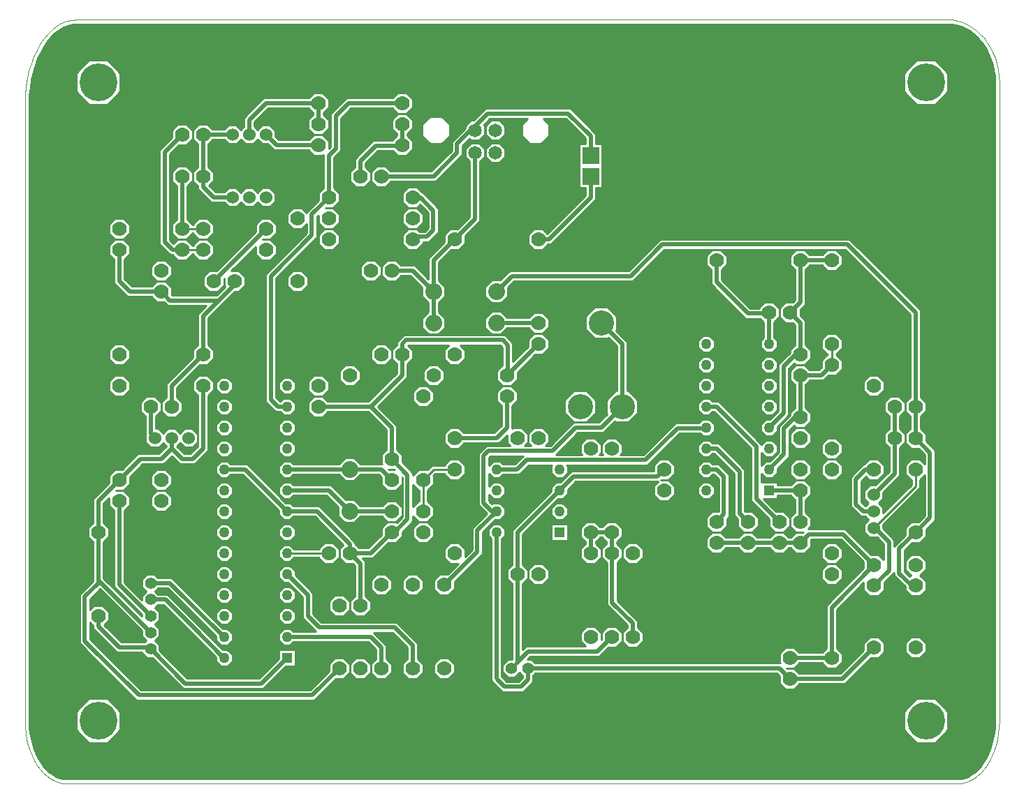
<source format=gbr>
G04 PROTEUS GERBER X2 FILE*
%TF.GenerationSoftware,Labcenter,Proteus,8.16-SP3-Build36097*%
%TF.CreationDate,2025-03-01T20:08:57+00:00*%
%TF.FileFunction,Copper,L2,Bot*%
%TF.FilePolarity,Positive*%
%TF.Part,Single*%
%TF.SameCoordinates,{b4116e7d-5b25-4a0e-afc3-4f4668fc6668}*%
%FSLAX45Y45*%
%MOMM*%
G01*
%TA.AperFunction,Conductor*%
%ADD10C,0.508000*%
%ADD11C,0.254000*%
%TA.AperFunction,NonConductor*%
%ADD12C,0.254000*%
%TA.AperFunction,WasherPad*%
%ADD13C,1.651000*%
%TA.AperFunction,ComponentPad*%
%ADD14R,1.270000X1.270000*%
%ADD15C,1.270000*%
%TA.AperFunction,ComponentPad*%
%ADD16C,1.524000*%
%TA.AperFunction,ComponentPad*%
%ADD17C,1.778000*%
%ADD18C,2.032000*%
%TA.AperFunction,ComponentPad*%
%ADD19C,3.048000*%
%TA.AperFunction,ComponentPad*%
%ADD70R,2.032000X2.032000*%
%TA.AperFunction,WasherPad*%
%ADD71C,1.397000*%
%TA.AperFunction,OtherPad,Unknown*%
%ADD20C,4.572000*%
%TA.AperFunction,Profile*%
%ADD21C,0.101600*%
%TD.AperFunction*%
%TA.AperFunction,NonConductor*%
G36*
X+11234164Y+4893492D02*
X+11290645Y+4883145D01*
X+11345263Y+4866289D01*
X+11397856Y+4843186D01*
X+11448122Y+4814125D01*
X+11495799Y+4779363D01*
X+11540550Y+4739204D01*
X+11582031Y+4693963D01*
X+11619902Y+4643961D01*
X+11653801Y+4589566D01*
X+11683397Y+4531111D01*
X+11708343Y+4468980D01*
X+11728305Y+4403542D01*
X+11742963Y+4335152D01*
X+11751990Y+4264187D01*
X+11755120Y+4189838D01*
X+11755120Y-3555070D01*
X+11752593Y-3630132D01*
X+11745279Y-3701987D01*
X+11733410Y-3771216D01*
X+11717260Y-3837392D01*
X+11697111Y-3900122D01*
X+11673254Y-3959021D01*
X+11645999Y-4013687D01*
X+11615682Y-4063724D01*
X+11582630Y-4108783D01*
X+11547230Y-4148493D01*
X+11509825Y-4182584D01*
X+11470788Y-4210795D01*
X+11430435Y-4232952D01*
X+11388997Y-4248938D01*
X+11346537Y-4258661D01*
X+11300891Y-4262120D01*
X+510109Y-4262120D01*
X+464463Y-4258661D01*
X+422009Y-4248940D01*
X+380561Y-4232950D01*
X+340209Y-4210792D01*
X+301170Y-4182580D01*
X+263779Y-4148502D01*
X+228365Y-4108777D01*
X+195322Y-4063728D01*
X+164994Y-4013677D01*
X+137751Y-3959031D01*
X+113892Y-3900130D01*
X+93737Y-3837380D01*
X+77591Y-3771218D01*
X+65720Y-3701983D01*
X+58408Y-3630134D01*
X+55880Y-3555070D01*
X+55880Y+3936124D01*
X+59075Y+4037331D01*
X+68360Y+4134646D01*
X+83433Y+4228415D01*
X+103960Y+4318135D01*
X+129589Y+4403247D01*
X+159966Y+4483243D01*
X+194705Y+4557567D01*
X+233405Y+4625695D01*
X+275662Y+4687146D01*
X+321015Y+4741411D01*
X+368997Y+4788056D01*
X+419155Y+4826721D01*
X+471067Y+4857127D01*
X+524396Y+4879072D01*
X+579022Y+4892415D01*
X+637249Y+4897120D01*
X+11174318Y+4897120D01*
X+11234164Y+4893492D01*
G37*
%TD.AperFunction*%
%LPC*%
G36*
X+5575529Y+3387704D02*
X+5575529Y+3287756D01*
X+5518379Y+3230606D01*
X+5518379Y+2504936D01*
X+5340475Y+2327032D01*
X+5333999Y+2320715D01*
X+5333999Y+2233395D01*
X+5259605Y+2159001D01*
X+5169801Y+2159001D01*
X+5016499Y+2005699D01*
X+5016499Y+1785065D01*
X+5092699Y+1708865D01*
X+5092699Y+1593135D01*
X+5016499Y+1516935D01*
X+5016499Y+1404065D01*
X+5092699Y+1327865D01*
X+5092699Y+1212135D01*
X+5010865Y+1130301D01*
X+4895135Y+1130301D01*
X+4813301Y+1212135D01*
X+4813301Y+1327865D01*
X+4889501Y+1404065D01*
X+4889501Y+1516935D01*
X+4813301Y+1593135D01*
X+4813301Y+1700899D01*
X+4672699Y+1841501D01*
X+4561105Y+1841501D01*
X+4497605Y+1778001D01*
X+4392395Y+1778001D01*
X+4318001Y+1852395D01*
X+4318001Y+1957605D01*
X+4392395Y+2031999D01*
X+4497605Y+2031999D01*
X+4561105Y+1968499D01*
X+4725301Y+1968499D01*
X+4889501Y+1804299D01*
X+4889501Y+2058301D01*
X+5080001Y+2248801D01*
X+5080001Y+2338605D01*
X+5154395Y+2412999D01*
X+5246664Y+2412999D01*
X+5251414Y+2417571D01*
X+5391381Y+2557538D01*
X+5391381Y+3230606D01*
X+5334231Y+3287756D01*
X+5334231Y+3387704D01*
X+5404906Y+3458379D01*
X+5504854Y+3458379D01*
X+5575529Y+3387704D01*
G37*
G36*
X+5824449Y+3387704D02*
X+5824449Y+3287756D01*
X+5753774Y+3217081D01*
X+5653826Y+3217081D01*
X+5583151Y+3287756D01*
X+5583151Y+3387704D01*
X+5653826Y+3458379D01*
X+5753774Y+3458379D01*
X+5824449Y+3387704D01*
G37*
G36*
X+5824449Y+3659484D02*
X+5824449Y+3559536D01*
X+5753774Y+3488861D01*
X+5653826Y+3488861D01*
X+5583151Y+3559536D01*
X+5583151Y+3659484D01*
X+5653826Y+3730159D01*
X+5753774Y+3730159D01*
X+5824449Y+3659484D01*
G37*
G36*
X+6902900Y+3583120D02*
X+6921499Y+3564521D01*
X+6921499Y+3441699D01*
X+6997699Y+3441699D01*
X+6997699Y+2908301D01*
X+6921499Y+2908301D01*
X+6921499Y+2767699D01*
X+6376301Y+2222501D01*
X+6339105Y+2222501D01*
X+6275605Y+2159001D01*
X+6170395Y+2159001D01*
X+6096001Y+2233395D01*
X+6096001Y+2338605D01*
X+6170395Y+2412999D01*
X+6275605Y+2412999D01*
X+6331402Y+2357202D01*
X+6794501Y+2820301D01*
X+6794501Y+2908301D01*
X+6718301Y+2908301D01*
X+6718301Y+3441699D01*
X+6794501Y+3441699D01*
X+6794501Y+3511919D01*
X+6559919Y+3746501D01*
X+6286310Y+3746501D01*
X+6353289Y+3679522D01*
X+6353289Y+3541698D01*
X+6255832Y+3444241D01*
X+6118008Y+3444241D01*
X+6020551Y+3541698D01*
X+6020551Y+3679522D01*
X+6087530Y+3746501D01*
X+5637161Y+3746501D01*
X+5562836Y+3672176D01*
X+5575529Y+3659484D01*
X+5575529Y+3559536D01*
X+5504854Y+3488861D01*
X+5404906Y+3488861D01*
X+5388403Y+3505363D01*
X+5303519Y+3420479D01*
X+5303519Y+3308719D01*
X+4979302Y+2984502D01*
X+4953000Y+2984502D01*
X+4434105Y+2984501D01*
X+4370605Y+2921001D01*
X+4265395Y+2921001D01*
X+4191001Y+2995395D01*
X+4191001Y+3100605D01*
X+4265395Y+3174999D01*
X+4370605Y+3174999D01*
X+4434105Y+3111498D01*
X+4926698Y+3111498D01*
X+5176521Y+3361321D01*
X+5176521Y+3473081D01*
X+5334231Y+3630791D01*
X+5334231Y+3659484D01*
X+5404906Y+3730159D01*
X+5441219Y+3730159D01*
X+5584559Y+3873499D01*
X+6612521Y+3873499D01*
X+6902900Y+3583120D01*
G37*
G36*
X+5149329Y+3679522D02*
X+5149329Y+3541698D01*
X+5051872Y+3444241D01*
X+4914048Y+3444241D01*
X+4816591Y+3541698D01*
X+4816591Y+3679522D01*
X+4914048Y+3776979D01*
X+5051872Y+3776979D01*
X+5149329Y+3679522D01*
G37*
G36*
X+2285999Y+560605D02*
X+2285999Y+455395D01*
X+2222499Y+391895D01*
X+2222499Y-280301D01*
X+2058301Y-444499D01*
X+1878699Y-444499D01*
X+1778000Y-343800D01*
X+1677301Y-444499D01*
X+1423301Y-444499D01*
X+1269999Y-597801D01*
X+1269999Y-687605D01*
X+1195605Y-761999D01*
X+1105801Y-761999D01*
X+1105799Y-762001D01*
X+1195605Y-762001D01*
X+1269999Y-836395D01*
X+1269999Y-941605D01*
X+1206499Y-1005105D01*
X+1206499Y-1878699D01*
X+1416051Y-2088251D01*
X+1416051Y-2041286D01*
X+1471337Y-1986000D01*
X+1416051Y-1930714D01*
X+1416051Y-1841286D01*
X+1479286Y-1778051D01*
X+1568714Y-1778051D01*
X+1613164Y-1822501D01*
X+1785301Y-1822501D01*
X+2401201Y-2438401D01*
X+2455084Y-2438401D01*
X+2514599Y-2497916D01*
X+2514599Y-2582084D01*
X+2455084Y-2641599D01*
X+2370916Y-2641599D01*
X+2311401Y-2582084D01*
X+2311401Y-2528201D01*
X+1732699Y-1949499D01*
X+1613164Y-1949499D01*
X+1576663Y-1986000D01*
X+1613164Y-2022501D01*
X+1731301Y-2022501D01*
X+2399201Y-2690401D01*
X+2455084Y-2690401D01*
X+2514599Y-2749916D01*
X+2514599Y-2834084D01*
X+2455084Y-2893599D01*
X+2370916Y-2893599D01*
X+2311401Y-2834084D01*
X+2311401Y-2782201D01*
X+1678699Y-2149499D01*
X+1613164Y-2149499D01*
X+1576663Y-2186000D01*
X+1631949Y-2241286D01*
X+1631949Y-2330714D01*
X+1576663Y-2386000D01*
X+1631949Y-2441286D01*
X+1631949Y-2530714D01*
X+1576663Y-2586000D01*
X+1631949Y-2641286D01*
X+1631949Y-2704149D01*
X+1968181Y-3040381D01*
X+2838819Y-3040381D01*
X+3073401Y-2805799D01*
X+3073401Y-2692401D01*
X+3276599Y-2692401D01*
X+3276599Y-2895599D01*
X+3163201Y-2895599D01*
X+2891421Y-3167379D01*
X+1915579Y-3167379D01*
X+1542149Y-2793949D01*
X+1479286Y-2793949D01*
X+1416051Y-2730714D01*
X+1416051Y-2730499D01*
X+1116699Y-2730499D01*
X+825501Y-2439301D01*
X+825501Y-2402105D01*
X+787379Y-2363983D01*
X+787379Y-2563185D01*
X+1406816Y-3182622D01*
X+3458578Y-3182622D01*
X+3683001Y-2958199D01*
X+3683001Y-2868395D01*
X+3757395Y-2794001D01*
X+3862605Y-2794001D01*
X+3936999Y-2868395D01*
X+3936999Y-2973605D01*
X+3862605Y-3047999D01*
X+3772801Y-3047999D01*
X+3511182Y-3309618D01*
X+1354212Y-3309618D01*
X+660381Y-2615787D01*
X+660381Y-2026180D01*
X+825501Y-1861060D01*
X+825501Y-1386105D01*
X+762001Y-1322605D01*
X+762001Y-1217395D01*
X+825501Y-1153895D01*
X+825501Y-862699D01*
X+1016001Y-672199D01*
X+1016001Y-582395D01*
X+1090395Y-508001D01*
X+1180199Y-508001D01*
X+1370699Y-317501D01*
X+1624699Y-317501D01*
X+1714501Y-227699D01*
X+1714501Y-225144D01*
X+1676400Y-187043D01*
X+1622144Y-241299D01*
X+1527456Y-241299D01*
X+1460501Y-174344D01*
X+1460501Y+137895D01*
X+1397001Y+201395D01*
X+1397001Y+306605D01*
X+1471395Y+380999D01*
X+1576605Y+380999D01*
X+1650999Y+306605D01*
X+1650999Y+201395D01*
X+1587499Y+137895D01*
X+1587499Y-12701D01*
X+1622144Y-12701D01*
X+1676400Y-66957D01*
X+1730656Y-12701D01*
X+1825344Y-12701D01*
X+1879600Y-66957D01*
X+1933856Y-12701D01*
X+2028544Y-12701D01*
X+2095499Y-79656D01*
X+2095499Y-174344D01*
X+2028544Y-241299D01*
X+1933856Y-241299D01*
X+1879600Y-187043D01*
X+1841499Y-225144D01*
X+1841499Y-227699D01*
X+1931301Y-317501D01*
X+2005699Y-317501D01*
X+2095501Y-227699D01*
X+2095501Y+391895D01*
X+2032001Y+455395D01*
X+2032001Y+560605D01*
X+2106395Y+634999D01*
X+2211605Y+634999D01*
X+2285999Y+560605D01*
G37*
G36*
X+3276599Y-1735916D02*
X+3276599Y-1789799D01*
X+3492499Y-2005699D01*
X+3492499Y-2259699D01*
X+3593650Y-2360850D01*
X+4507619Y-2360850D01*
X+4762499Y-2615730D01*
X+4762499Y-2804895D01*
X+4825999Y-2868395D01*
X+4825999Y-2973605D01*
X+4751605Y-3047999D01*
X+4646395Y-3047999D01*
X+4572001Y-2973605D01*
X+4572001Y-2868395D01*
X+4635501Y-2804895D01*
X+4635501Y-2668332D01*
X+4455017Y-2487848D01*
X+4228648Y-2487848D01*
X+4381499Y-2640699D01*
X+4381499Y-2804895D01*
X+4444999Y-2868395D01*
X+4444999Y-2973605D01*
X+4370605Y-3047999D01*
X+4265395Y-3047999D01*
X+4191001Y-2973605D01*
X+4191001Y-2868395D01*
X+4254501Y-2804895D01*
X+4254501Y-2693301D01*
X+4164699Y-2603499D01*
X+3255184Y-2603499D01*
X+3217084Y-2641599D01*
X+3132916Y-2641599D01*
X+3073401Y-2582084D01*
X+3073401Y-2497916D01*
X+3132916Y-2438401D01*
X+3217084Y-2438401D01*
X+3255184Y-2476501D01*
X+3529701Y-2476501D01*
X+3365501Y-2312301D01*
X+3365501Y-2058301D01*
X+3186799Y-1879599D01*
X+3132916Y-1879599D01*
X+3073401Y-1820084D01*
X+3073401Y-1735916D01*
X+3132916Y-1676401D01*
X+3217084Y-1676401D01*
X+3276599Y-1735916D01*
G37*
G36*
X+3276599Y-2243916D02*
X+3276599Y-2328084D01*
X+3217084Y-2387599D01*
X+3132916Y-2387599D01*
X+3073401Y-2328084D01*
X+3073401Y-2243916D01*
X+3132916Y-2184401D01*
X+3217084Y-2184401D01*
X+3276599Y-2243916D01*
G37*
G36*
X+3276599Y-1989916D02*
X+3276599Y-2074084D01*
X+3217084Y-2133599D01*
X+3132916Y-2133599D01*
X+3073401Y-2074084D01*
X+3073401Y-1989916D01*
X+3132916Y-1930401D01*
X+3217084Y-1930401D01*
X+3276599Y-1989916D01*
G37*
G36*
X+3809999Y-1471395D02*
X+3809999Y-1576605D01*
X+3735605Y-1650999D01*
X+3630395Y-1650999D01*
X+3556001Y-1576605D01*
X+3556001Y-1574799D01*
X+3267884Y-1574799D01*
X+3217084Y-1625599D01*
X+3132916Y-1625599D01*
X+3073401Y-1566084D01*
X+3073401Y-1481916D01*
X+3132916Y-1422401D01*
X+3217084Y-1422401D01*
X+3267884Y-1473201D01*
X+3556001Y-1473201D01*
X+3556001Y-1471395D01*
X+3630395Y-1397001D01*
X+3735605Y-1397001D01*
X+3809999Y-1471395D01*
G37*
G36*
X+3276599Y-1227916D02*
X+3276599Y-1312084D01*
X+3217084Y-1371599D01*
X+3132916Y-1371599D01*
X+3073401Y-1312084D01*
X+3073401Y-1227916D01*
X+3132916Y-1168401D01*
X+3217084Y-1168401D01*
X+3276599Y-1227916D01*
G37*
G36*
X+6349999Y+1068605D02*
X+6349999Y+963395D01*
X+6275605Y+889001D01*
X+6185801Y+889001D01*
X+5968999Y+672199D01*
X+5968999Y+582395D01*
X+5894605Y+508001D01*
X+5789395Y+508001D01*
X+5715001Y+582395D01*
X+5715001Y+687605D01*
X+5789395Y+761999D01*
X+5790578Y+761999D01*
X+5790578Y+975668D01*
X+5765485Y+1000761D01*
X+5274843Y+1000761D01*
X+5333999Y+941605D01*
X+5333999Y+836395D01*
X+5259605Y+762001D01*
X+5154395Y+762001D01*
X+5080001Y+836395D01*
X+5080001Y+941605D01*
X+5139157Y+1000761D01*
X+4646561Y+1000761D01*
X+4643202Y+997402D01*
X+4698999Y+941605D01*
X+4698999Y+836395D01*
X+4635499Y+772895D01*
X+4635499Y+608699D01*
X+4280800Y+254000D01*
X+4508499Y+26301D01*
X+4508499Y-264895D01*
X+4571999Y-328395D01*
X+4571999Y-418199D01*
X+4701539Y-547739D01*
X+4701539Y-579857D01*
X+4773395Y-508001D01*
X+4878605Y-508001D01*
X+4879882Y-509278D01*
X+4931959Y-457201D01*
X+5080001Y-457201D01*
X+5080001Y-455395D01*
X+5154395Y-381001D01*
X+5259605Y-381001D01*
X+5333999Y-455395D01*
X+5333999Y-560605D01*
X+5259605Y-634999D01*
X+5154395Y-634999D01*
X+5080001Y-560605D01*
X+5080001Y-558799D01*
X+4974041Y-558799D01*
X+4951722Y-581118D01*
X+4952999Y-582395D01*
X+4952999Y-687605D01*
X+4878605Y-761999D01*
X+4876799Y-761999D01*
X+4876799Y-889001D01*
X+4878605Y-889001D01*
X+4952999Y-963395D01*
X+4952999Y-1068605D01*
X+4878605Y-1142999D01*
X+4773395Y-1142999D01*
X+4701539Y-1071143D01*
X+4701539Y-1137805D01*
X+4571999Y-1267345D01*
X+4571999Y-1322605D01*
X+4497605Y-1396999D01*
X+4407801Y-1396999D01*
X+4217301Y-1587499D01*
X+4090299Y-1587499D01*
X+4127499Y-1624699D01*
X+4127499Y-2042895D01*
X+4190999Y-2106395D01*
X+4190999Y-2211605D01*
X+4116605Y-2285999D01*
X+4011395Y-2285999D01*
X+3937001Y-2211605D01*
X+3937001Y-2106395D01*
X+4000501Y-2042895D01*
X+4000501Y-1677301D01*
X+3974199Y-1650999D01*
X+3884395Y-1650999D01*
X+3810001Y-1576605D01*
X+3810001Y-1471395D01*
X+3858178Y-1423218D01*
X+3514459Y-1079499D01*
X+3255184Y-1079499D01*
X+3217084Y-1117599D01*
X+3132916Y-1117599D01*
X+3073401Y-1058084D01*
X+3073401Y-1004201D01*
X+2640699Y-571499D01*
X+2493184Y-571499D01*
X+2455084Y-609599D01*
X+2370916Y-609599D01*
X+2311401Y-550084D01*
X+2311401Y-465916D01*
X+2370916Y-406401D01*
X+2455084Y-406401D01*
X+2493184Y-444501D01*
X+2693301Y-444501D01*
X+3163201Y-914401D01*
X+3217084Y-914401D01*
X+3255184Y-952501D01*
X+3567061Y-952501D01*
X+4000499Y-1385939D01*
X+4000499Y-1407895D01*
X+4053105Y-1460501D01*
X+4164699Y-1460501D01*
X+4318001Y-1307199D01*
X+4318001Y-1217395D01*
X+4392395Y-1143001D01*
X+4497605Y-1143001D01*
X+4507174Y-1152570D01*
X+4574541Y-1085203D01*
X+4574541Y-600341D01*
X+4571999Y-597799D01*
X+4571999Y-687605D01*
X+4497605Y-761999D01*
X+4392395Y-761999D01*
X+4318001Y-687605D01*
X+4318001Y-597801D01*
X+4291699Y-571499D01*
X+4071065Y-571499D01*
X+3994865Y-647699D01*
X+3879135Y-647699D01*
X+3802935Y-571499D01*
X+3255184Y-571499D01*
X+3217084Y-609599D01*
X+3132916Y-609599D01*
X+3073401Y-550084D01*
X+3073401Y-465916D01*
X+3132916Y-406401D01*
X+3217084Y-406401D01*
X+3255184Y-444501D01*
X+3802935Y-444501D01*
X+3879135Y-368301D01*
X+3994865Y-368301D01*
X+4071065Y-444501D01*
X+4328896Y-444501D01*
X+4318001Y-433605D01*
X+4318001Y-328395D01*
X+4381501Y-264895D01*
X+4381501Y-26301D01*
X+4164698Y+190501D01*
X+3672105Y+190501D01*
X+3608605Y+127001D01*
X+3503395Y+127001D01*
X+3429001Y+201395D01*
X+3429001Y+306605D01*
X+3503395Y+380999D01*
X+3608605Y+380999D01*
X+3672105Y+317498D01*
X+4164698Y+317498D01*
X+4508501Y+661301D01*
X+4508501Y+772895D01*
X+4445001Y+836395D01*
X+4445001Y+941605D01*
X+4508501Y+1005105D01*
X+4508501Y+1042301D01*
X+4593959Y+1127759D01*
X+5818088Y+1127759D01*
X+5917575Y+1028272D01*
X+5917575Y+800375D01*
X+6096001Y+978801D01*
X+6096001Y+1068605D01*
X+6170395Y+1142999D01*
X+6275605Y+1142999D01*
X+6349999Y+1068605D01*
G37*
G36*
X+3255184Y-698501D02*
X+3709301Y-698501D01*
X+3887101Y-876301D01*
X+3994865Y-876301D01*
X+4071065Y-952501D01*
X+4328895Y-952501D01*
X+4392395Y-889001D01*
X+4497605Y-889001D01*
X+4571999Y-963395D01*
X+4571999Y-1068605D01*
X+4497605Y-1142999D01*
X+4392395Y-1142999D01*
X+4328895Y-1079499D01*
X+4071065Y-1079499D01*
X+3994865Y-1155699D01*
X+3879135Y-1155699D01*
X+3797301Y-1073865D01*
X+3797301Y-966101D01*
X+3656699Y-825499D01*
X+3255184Y-825499D01*
X+3217084Y-863599D01*
X+3132916Y-863599D01*
X+3073401Y-804084D01*
X+3073401Y-719916D01*
X+3132916Y-660401D01*
X+3217084Y-660401D01*
X+3255184Y-698501D01*
G37*
G36*
X+3276599Y-211916D02*
X+3276599Y-296084D01*
X+3217084Y-355599D01*
X+3132916Y-355599D01*
X+3073401Y-296084D01*
X+3073401Y-211916D01*
X+3132916Y-152401D01*
X+3217084Y-152401D01*
X+3276599Y-211916D01*
G37*
G36*
X+3276599Y+42084D02*
X+3276599Y-42084D01*
X+3217084Y-101599D01*
X+3132916Y-101599D01*
X+3073401Y-42084D01*
X+3073401Y+42084D01*
X+3132916Y+101599D01*
X+3217084Y+101599D01*
X+3276599Y+42084D01*
G37*
G36*
X+4698999Y+3989605D02*
X+4698999Y+3884395D01*
X+4624605Y+3810001D01*
X+4519395Y+3810001D01*
X+4455166Y+3874230D01*
X+3952353Y+3874230D01*
X+3832626Y+3754503D01*
X+3832626Y+3358540D01*
X+3746499Y+3272413D01*
X+3746499Y+2910105D01*
X+3809999Y+2846605D01*
X+3809999Y+2741395D01*
X+3735605Y+2667001D01*
X+3645801Y+2667001D01*
X+3645799Y+2666999D01*
X+3735605Y+2666999D01*
X+3809999Y+2592605D01*
X+3809999Y+2487395D01*
X+3735605Y+2413001D01*
X+3630395Y+2413001D01*
X+3556001Y+2487395D01*
X+3556001Y+2577201D01*
X+3540759Y+2561959D01*
X+3540759Y+2307959D01*
X+3045459Y+1812659D01*
X+3045459Y+366661D01*
X+3094621Y+317498D01*
X+3094815Y+317498D01*
X+3132916Y+355599D01*
X+3217084Y+355599D01*
X+3276599Y+296084D01*
X+3276599Y+211916D01*
X+3217084Y+152401D01*
X+3132916Y+152401D01*
X+3094815Y+190501D01*
X+3042018Y+190502D01*
X+2918461Y+314059D01*
X+2918461Y+1865261D01*
X+3413761Y+2360561D01*
X+3413761Y+2472157D01*
X+3354605Y+2413001D01*
X+3249395Y+2413001D01*
X+3175001Y+2487395D01*
X+3175001Y+2592605D01*
X+3249395Y+2666999D01*
X+3354605Y+2666999D01*
X+3413761Y+2607843D01*
X+3413761Y+2614561D01*
X+3556001Y+2756801D01*
X+3556001Y+2846605D01*
X+3619501Y+2910105D01*
X+3619501Y+3312897D01*
X+3608605Y+3302001D01*
X+3503395Y+3302001D01*
X+3439895Y+3365501D01*
X+3021699Y+3365501D01*
X+2945499Y+3441701D01*
X+2873656Y+3441701D01*
X+2819400Y+3495957D01*
X+2765144Y+3441701D01*
X+2670456Y+3441701D01*
X+2616200Y+3495957D01*
X+2561944Y+3441701D01*
X+2467256Y+3441701D01*
X+2416456Y+3492501D01*
X+2275105Y+3492501D01*
X+2222499Y+3439895D01*
X+2222499Y+3164105D01*
X+2285999Y+3100605D01*
X+2285999Y+2995395D01*
X+2230202Y+2939598D01*
X+2312301Y+2857499D01*
X+2416456Y+2857499D01*
X+2467256Y+2908299D01*
X+2561944Y+2908299D01*
X+2616200Y+2854043D01*
X+2670456Y+2908299D01*
X+2765144Y+2908299D01*
X+2819400Y+2854043D01*
X+2873656Y+2908299D01*
X+2968344Y+2908299D01*
X+3035299Y+2841344D01*
X+3035299Y+2746656D01*
X+2968344Y+2679701D01*
X+2873656Y+2679701D01*
X+2819400Y+2733957D01*
X+2765144Y+2679701D01*
X+2670456Y+2679701D01*
X+2616200Y+2733957D01*
X+2561944Y+2679701D01*
X+2467256Y+2679701D01*
X+2416456Y+2730501D01*
X+2259699Y+2730501D01*
X+2095501Y+2894699D01*
X+2095501Y+2931895D01*
X+2032001Y+2995395D01*
X+2032001Y+3100605D01*
X+2095501Y+3164105D01*
X+2095501Y+3439895D01*
X+2032001Y+3503395D01*
X+2032001Y+3608605D01*
X+2106395Y+3682999D01*
X+2211605Y+3682999D01*
X+2275105Y+3619499D01*
X+2416456Y+3619499D01*
X+2467256Y+3670299D01*
X+2561944Y+3670299D01*
X+2616200Y+3616043D01*
X+2654301Y+3654144D01*
X+2654301Y+3760101D01*
X+2894698Y+4000498D01*
X+3439894Y+4000498D01*
X+3503395Y+4063999D01*
X+3608605Y+4063999D01*
X+3682999Y+3989605D01*
X+3682999Y+3884395D01*
X+3619499Y+3820895D01*
X+3619499Y+3799105D01*
X+3682999Y+3735605D01*
X+3682999Y+3630395D01*
X+3608605Y+3556001D01*
X+3503395Y+3556001D01*
X+3429001Y+3630395D01*
X+3429001Y+3735605D01*
X+3492501Y+3799105D01*
X+3492501Y+3820895D01*
X+3439894Y+3873501D01*
X+2947301Y+3873501D01*
X+2781299Y+3707499D01*
X+2781299Y+3654144D01*
X+2819400Y+3616043D01*
X+2873656Y+3670299D01*
X+2968344Y+3670299D01*
X+3035299Y+3603344D01*
X+3035299Y+3531501D01*
X+3074301Y+3492499D01*
X+3439895Y+3492499D01*
X+3503395Y+3555999D01*
X+3608605Y+3555999D01*
X+3682999Y+3481605D01*
X+3682999Y+3388513D01*
X+3705628Y+3411142D01*
X+3705628Y+3807105D01*
X+3899751Y+4001228D01*
X+4456624Y+4001228D01*
X+4519395Y+4063999D01*
X+4624605Y+4063999D01*
X+4698999Y+3989605D01*
G37*
G36*
X+3276599Y+550084D02*
X+3276599Y+465916D01*
X+3217084Y+406401D01*
X+3132916Y+406401D01*
X+3073401Y+465916D01*
X+3073401Y+550084D01*
X+3132916Y+609599D01*
X+3217084Y+609599D01*
X+3276599Y+550084D01*
G37*
G36*
X+2514599Y+550084D02*
X+2514599Y+465916D01*
X+2455084Y+406401D01*
X+2370916Y+406401D01*
X+2311401Y+465916D01*
X+2311401Y+550084D01*
X+2370916Y+609599D01*
X+2455084Y+609599D01*
X+2514599Y+550084D01*
G37*
G36*
X+2514599Y+296084D02*
X+2514599Y+211916D01*
X+2455084Y+152401D01*
X+2370916Y+152401D01*
X+2311401Y+211916D01*
X+2311401Y+296084D01*
X+2370916Y+355599D01*
X+2455084Y+355599D01*
X+2514599Y+296084D01*
G37*
G36*
X+2514599Y+42084D02*
X+2514599Y-42084D01*
X+2455084Y-101599D01*
X+2370916Y-101599D01*
X+2311401Y-42084D01*
X+2311401Y+42084D01*
X+2370916Y+101599D01*
X+2455084Y+101599D01*
X+2514599Y+42084D01*
G37*
G36*
X+2514599Y-211916D02*
X+2514599Y-296084D01*
X+2455084Y-355599D01*
X+2370916Y-355599D01*
X+2311401Y-296084D01*
X+2311401Y-211916D01*
X+2370916Y-152401D01*
X+2455084Y-152401D01*
X+2514599Y-211916D01*
G37*
G36*
X+2514599Y-719916D02*
X+2514599Y-804084D01*
X+2455084Y-863599D01*
X+2370916Y-863599D01*
X+2311401Y-804084D01*
X+2311401Y-719916D01*
X+2370916Y-660401D01*
X+2455084Y-660401D01*
X+2514599Y-719916D01*
G37*
G36*
X+2514599Y-973916D02*
X+2514599Y-1058084D01*
X+2455084Y-1117599D01*
X+2370916Y-1117599D01*
X+2311401Y-1058084D01*
X+2311401Y-973916D01*
X+2370916Y-914401D01*
X+2455084Y-914401D01*
X+2514599Y-973916D01*
G37*
G36*
X+2514599Y-1227916D02*
X+2514599Y-1312084D01*
X+2455084Y-1371599D01*
X+2370916Y-1371599D01*
X+2311401Y-1312084D01*
X+2311401Y-1227916D01*
X+2370916Y-1168401D01*
X+2455084Y-1168401D01*
X+2514599Y-1227916D01*
G37*
G36*
X+2514599Y-1481916D02*
X+2514599Y-1566084D01*
X+2455084Y-1625599D01*
X+2370916Y-1625599D01*
X+2311401Y-1566084D01*
X+2311401Y-1481916D01*
X+2370916Y-1422401D01*
X+2455084Y-1422401D01*
X+2514599Y-1481916D01*
G37*
G36*
X+2514599Y-1735916D02*
X+2514599Y-1820084D01*
X+2455084Y-1879599D01*
X+2370916Y-1879599D01*
X+2311401Y-1820084D01*
X+2311401Y-1735916D01*
X+2370916Y-1676401D01*
X+2455084Y-1676401D01*
X+2514599Y-1735916D01*
G37*
G36*
X+2514599Y-1989916D02*
X+2514599Y-2074084D01*
X+2455084Y-2133599D01*
X+2370916Y-2133599D01*
X+2311401Y-2074084D01*
X+2311401Y-1989916D01*
X+2370916Y-1930401D01*
X+2455084Y-1930401D01*
X+2514599Y-1989916D01*
G37*
G36*
X+2514599Y-2243916D02*
X+2514599Y-2328084D01*
X+2455084Y-2387599D01*
X+2370916Y-2387599D01*
X+2311401Y-2328084D01*
X+2311401Y-2243916D01*
X+2370916Y-2184401D01*
X+2455084Y-2184401D01*
X+2514599Y-2243916D01*
G37*
G36*
X+1598395Y-508001D02*
X+1703605Y-508001D01*
X+1777999Y-582395D01*
X+1777999Y-687605D01*
X+1703605Y-761999D01*
X+1598395Y-761999D01*
X+1524001Y-687605D01*
X+1524001Y-582395D01*
X+1598395Y-508001D01*
G37*
G36*
X+1598395Y-762001D02*
X+1703605Y-762001D01*
X+1777999Y-836395D01*
X+1777999Y-941605D01*
X+1703605Y-1015999D01*
X+1598395Y-1015999D01*
X+1524001Y-941605D01*
X+1524001Y-836395D01*
X+1598395Y-762001D01*
G37*
G36*
X+3047999Y+2465605D02*
X+3047999Y+2360395D01*
X+2973605Y+2286001D01*
X+2883801Y+2286001D01*
X+2883799Y+2285999D01*
X+2973605Y+2285999D01*
X+3047999Y+2211605D01*
X+3047999Y+2106395D01*
X+2973605Y+2032001D01*
X+2868395Y+2032001D01*
X+2794001Y+2106395D01*
X+2794001Y+2196201D01*
X+2502799Y+1904999D01*
X+2592605Y+1904999D01*
X+2666999Y+1830605D01*
X+2666999Y+1725395D01*
X+2592605Y+1651001D01*
X+2548105Y+1651001D01*
X+2222499Y+1325395D01*
X+2222499Y+1005105D01*
X+2285999Y+941605D01*
X+2285999Y+836395D01*
X+2211605Y+762001D01*
X+2121801Y+762001D01*
X+1841499Y+481699D01*
X+1841499Y+370105D01*
X+1904999Y+306605D01*
X+1904999Y+201395D01*
X+1830605Y+127001D01*
X+1725395Y+127001D01*
X+1651001Y+201395D01*
X+1651001Y+306605D01*
X+1714501Y+370105D01*
X+1714501Y+534301D01*
X+2032001Y+851801D01*
X+2032001Y+941605D01*
X+2095501Y+1005105D01*
X+2095501Y+1377997D01*
X+2198325Y+1480821D01*
X+1731378Y+1480822D01*
X+1688199Y+1524001D01*
X+1598395Y+1524001D01*
X+1534895Y+1587501D01*
X+1243699Y+1587501D01*
X+1079501Y+1751699D01*
X+1079501Y+2042895D01*
X+1016001Y+2106395D01*
X+1016001Y+2211605D01*
X+1090395Y+2285999D01*
X+1195605Y+2285999D01*
X+1269999Y+2211605D01*
X+1269999Y+2106395D01*
X+1206499Y+2042895D01*
X+1206499Y+1804301D01*
X+1296301Y+1714499D01*
X+1534895Y+1714499D01*
X+1598395Y+1777999D01*
X+1703605Y+1777999D01*
X+1777999Y+1703605D01*
X+1777999Y+1613801D01*
X+1783982Y+1607818D01*
X+2325322Y+1607818D01*
X+2427950Y+1710446D01*
X+2413001Y+1725395D01*
X+2413001Y+1815201D01*
X+2412999Y+1815199D01*
X+2412999Y+1725395D01*
X+2338605Y+1651001D01*
X+2233395Y+1651001D01*
X+2159001Y+1725395D01*
X+2159001Y+1830605D01*
X+2233395Y+1904999D01*
X+2323199Y+1904999D01*
X+2794001Y+2375801D01*
X+2794001Y+2465605D01*
X+2868395Y+2539999D01*
X+2973605Y+2539999D01*
X+3047999Y+2465605D01*
G37*
G36*
X+1016001Y+455395D02*
X+1016001Y+560605D01*
X+1090395Y+634999D01*
X+1195605Y+634999D01*
X+1269999Y+560605D01*
X+1269999Y+455395D01*
X+1195605Y+381001D01*
X+1090395Y+381001D01*
X+1016001Y+455395D01*
G37*
G36*
X+1269999Y+941605D02*
X+1269999Y+836395D01*
X+1195605Y+762001D01*
X+1090395Y+762001D01*
X+1016001Y+836395D01*
X+1016001Y+941605D01*
X+1090395Y+1015999D01*
X+1195605Y+1015999D01*
X+1269999Y+941605D01*
G37*
G36*
X+3608605Y+381001D02*
X+3503395Y+381001D01*
X+3429001Y+455395D01*
X+3429001Y+560605D01*
X+3503395Y+634999D01*
X+3608605Y+634999D01*
X+3682999Y+560605D01*
X+3682999Y+455395D01*
X+3608605Y+381001D01*
G37*
G36*
X+3757395Y-2032001D02*
X+3862605Y-2032001D01*
X+3936999Y-2106395D01*
X+3936999Y-2211605D01*
X+3862605Y-2285999D01*
X+3757395Y-2285999D01*
X+3683001Y-2211605D01*
X+3683001Y-2106395D01*
X+3757395Y-2032001D01*
G37*
G36*
X+4011395Y-2794001D02*
X+4116605Y-2794001D01*
X+4190999Y-2868395D01*
X+4190999Y-2973605D01*
X+4116605Y-3047999D01*
X+4011395Y-3047999D01*
X+3937001Y-2973605D01*
X+3937001Y-2868395D01*
X+4011395Y-2794001D01*
G37*
G36*
X+4265395Y-1778001D02*
X+4370605Y-1778001D01*
X+4444999Y-1852395D01*
X+4444999Y-1957605D01*
X+4370605Y-2031999D01*
X+4265395Y-2031999D01*
X+4191001Y-1957605D01*
X+4191001Y-1852395D01*
X+4265395Y-1778001D01*
G37*
G36*
X+4646395Y-1778001D02*
X+4751605Y-1778001D01*
X+4825999Y-1852395D01*
X+4825999Y-1957605D01*
X+4751605Y-2031999D01*
X+4646395Y-2031999D01*
X+4572001Y-1957605D01*
X+4572001Y-1852395D01*
X+4646395Y-1778001D01*
G37*
G36*
X+7175499Y+1348907D02*
X+7175499Y+1191093D01*
X+7164603Y+1180197D01*
X+7302499Y+1042301D01*
X+7302499Y+444499D01*
X+7317907Y+444499D01*
X+7429499Y+332907D01*
X+7429499Y+175093D01*
X+7317907Y+63501D01*
X+7160093Y+63501D01*
X+7149197Y+74397D01*
X+7011301Y-63499D01*
X+6703961Y-63499D01*
X+6437259Y-330201D01*
X+6754597Y-330201D01*
X+6731001Y-306605D01*
X+6731001Y-201395D01*
X+6805395Y-127001D01*
X+6910605Y-127001D01*
X+6984999Y-201395D01*
X+6984999Y-306605D01*
X+6961403Y-330201D01*
X+7008597Y-330201D01*
X+6985001Y-306605D01*
X+6985001Y-201395D01*
X+7059395Y-127001D01*
X+7164605Y-127001D01*
X+7238999Y-201395D01*
X+7238999Y-306605D01*
X+7215403Y-330201D01*
X+7497992Y-330201D01*
X+7884221Y+56028D01*
X+8167345Y+56028D01*
X+8212916Y+101599D01*
X+8297084Y+101599D01*
X+8356599Y+42084D01*
X+8356599Y-42084D01*
X+8297084Y-101599D01*
X+8212916Y-101599D01*
X+8182287Y-70970D01*
X+7936823Y-70970D01*
X+7550594Y-457199D01*
X+6569882Y-457199D01*
X+6578599Y-465916D01*
X+6578599Y-550084D01*
X+6519084Y-609599D01*
X+6434916Y-609599D01*
X+6375401Y-550084D01*
X+6375401Y-465916D01*
X+6384118Y-457199D01*
X+6107061Y-457199D01*
X+5992761Y-571499D01*
X+5795184Y-571499D01*
X+5757084Y-609599D01*
X+5672916Y-609599D01*
X+5623559Y-560242D01*
X+5623559Y-709758D01*
X+5672916Y-660401D01*
X+5757084Y-660401D01*
X+5816599Y-719916D01*
X+5816599Y-804084D01*
X+5757084Y-863599D01*
X+5672916Y-863599D01*
X+5623559Y-814242D01*
X+5623559Y-888099D01*
X+5661388Y-925929D01*
X+5672916Y-914401D01*
X+5757084Y-914401D01*
X+5816599Y-973916D01*
X+5816599Y-1058084D01*
X+5757084Y-1117599D01*
X+5703201Y-1117599D01*
X+5548191Y-1272609D01*
X+5548191Y-1533730D01*
X+5206999Y-1874922D01*
X+5206999Y-1957605D01*
X+5132605Y-2031999D01*
X+5027395Y-2031999D01*
X+4953001Y-1957605D01*
X+4953001Y-1852395D01*
X+5027395Y-1778001D01*
X+5124320Y-1778001D01*
X+5251322Y-1650999D01*
X+5154395Y-1650999D01*
X+5080001Y-1576605D01*
X+5080001Y-1471395D01*
X+5154395Y-1397001D01*
X+5259605Y-1397001D01*
X+5333999Y-1471395D01*
X+5333999Y-1568322D01*
X+5421193Y-1481128D01*
X+5421193Y-1220007D01*
X+5598530Y-1042670D01*
X+5496561Y-940701D01*
X+5496561Y-314059D01*
X+5592179Y-218441D01*
X+5880837Y-218441D01*
X+5842001Y-179605D01*
X+5842001Y-89799D01*
X+5741301Y-190499D01*
X+5323105Y-190499D01*
X+5259605Y-253999D01*
X+5154395Y-253999D01*
X+5080001Y-179605D01*
X+5080001Y-74395D01*
X+5154395Y-1D01*
X+5259605Y-1D01*
X+5323105Y-63501D01*
X+5688699Y-63501D01*
X+5778501Y+26301D01*
X+5778501Y+264895D01*
X+5715001Y+328395D01*
X+5715001Y+433605D01*
X+5789395Y+507999D01*
X+5894605Y+507999D01*
X+5968999Y+433605D01*
X+5968999Y+328395D01*
X+5905499Y+264895D01*
X+5905499Y-10898D01*
X+5916395Y-1D01*
X+6021605Y-1D01*
X+6095999Y-74395D01*
X+6095999Y-179605D01*
X+6057163Y-218441D01*
X+6134837Y-218441D01*
X+6096001Y-179605D01*
X+6096001Y-74395D01*
X+6170395Y-1D01*
X+6275605Y-1D01*
X+6349999Y-74395D01*
X+6349999Y-179605D01*
X+6311163Y-218441D01*
X+6369419Y-218441D01*
X+6651359Y+63499D01*
X+6958699Y+63499D01*
X+7059397Y+164197D01*
X+7048501Y+175093D01*
X+7048501Y+332907D01*
X+7160093Y+444499D01*
X+7175501Y+444499D01*
X+7175501Y+989699D01*
X+7074803Y+1090397D01*
X+7063907Y+1079501D01*
X+6906093Y+1079501D01*
X+6794501Y+1191093D01*
X+6794501Y+1348907D01*
X+6906093Y+1460499D01*
X+7063907Y+1460499D01*
X+7175499Y+1348907D01*
G37*
G36*
X+5027395Y-2794001D02*
X+5132605Y-2794001D01*
X+5206999Y-2868395D01*
X+5206999Y-2973605D01*
X+5132605Y-3047999D01*
X+5027395Y-3047999D01*
X+4953001Y-2973605D01*
X+4953001Y-2868395D01*
X+5027395Y-2794001D01*
G37*
G36*
X+6375401Y-1371599D02*
X+6375401Y-1168401D01*
X+6578599Y-1168401D01*
X+6578599Y-1371599D01*
X+6375401Y-1371599D01*
G37*
G36*
X+6519084Y-1117599D02*
X+6434916Y-1117599D01*
X+6375401Y-1058084D01*
X+6375401Y-973916D01*
X+6434916Y-914401D01*
X+6519084Y-914401D01*
X+6578599Y-973916D01*
X+6578599Y-1058084D01*
X+6519084Y-1117599D01*
G37*
G36*
X+10839900Y+1444440D02*
X+10858499Y+1425841D01*
X+10858499Y+370105D01*
X+10921999Y+306605D01*
X+10921999Y+201395D01*
X+10858499Y+137895D01*
X+10858499Y-10895D01*
X+10921999Y-74395D01*
X+10921999Y-164199D01*
X+11036046Y-278246D01*
X+11036046Y-1118754D01*
X+10921999Y-1232801D01*
X+10921999Y-1322605D01*
X+10847605Y-1396999D01*
X+10757801Y-1396999D01*
X+10663464Y-1491336D01*
X+10663464Y-1742123D01*
X+10726868Y-1805528D01*
X+10740396Y-1792000D01*
X+10668001Y-1719605D01*
X+10668001Y-1614395D01*
X+10742395Y-1540001D01*
X+10847605Y-1540001D01*
X+10921999Y-1614395D01*
X+10921999Y-1719605D01*
X+10849604Y-1792000D01*
X+10921999Y-1864395D01*
X+10921999Y-1969605D01*
X+10847605Y-2043999D01*
X+10742395Y-2043999D01*
X+10668001Y-1969605D01*
X+10668001Y-1926260D01*
X+10536466Y-1794725D01*
X+10536466Y-1765334D01*
X+10421999Y-1879801D01*
X+10421999Y-1969605D01*
X+10347605Y-2043999D01*
X+10242395Y-2043999D01*
X+10168001Y-1969605D01*
X+10168001Y-1883799D01*
X+9842499Y-2209301D01*
X+9842499Y-2677895D01*
X+9905999Y-2741395D01*
X+9905999Y-2846605D01*
X+9831605Y-2920999D01*
X+9726395Y-2920999D01*
X+9662895Y-2857499D01*
X+9387105Y-2857499D01*
X+9323605Y-2920999D01*
X+9233799Y-2920999D01*
X+9233801Y-2921001D01*
X+9323605Y-2921001D01*
X+9387105Y-2984501D01*
X+9887699Y-2984501D01*
X+10168001Y-2704199D01*
X+10168001Y-2614395D01*
X+10242395Y-2540001D01*
X+10347605Y-2540001D01*
X+10421999Y-2614395D01*
X+10421999Y-2719605D01*
X+10347605Y-2793999D01*
X+10257801Y-2793999D01*
X+9940301Y-3111499D01*
X+9387105Y-3111499D01*
X+9323605Y-3174999D01*
X+9218395Y-3174999D01*
X+9144001Y-3100605D01*
X+9144001Y-3010801D01*
X+9117699Y-2984499D01*
X+6185164Y-2984499D01*
X+6159498Y-3010165D01*
X+6159498Y-3084210D01*
X+6038537Y-3205171D01*
X+5787776Y-3205171D01*
X+5651501Y-3068896D01*
X+5651501Y-1350184D01*
X+5613401Y-1312084D01*
X+5613401Y-1227916D01*
X+5672916Y-1168401D01*
X+5757084Y-1168401D01*
X+5816599Y-1227916D01*
X+5816599Y-1312084D01*
X+5778499Y-1350184D01*
X+5778499Y-3016294D01*
X+5840380Y-3078175D01*
X+5985933Y-3078175D01*
X+6032501Y-3031607D01*
X+6032501Y-3010165D01*
X+5996000Y-2973663D01*
X+5940714Y-3028949D01*
X+5851286Y-3028949D01*
X+5788051Y-2965714D01*
X+5788051Y-2876286D01*
X+5851286Y-2813051D01*
X+5905501Y-2813051D01*
X+5905501Y-1894105D01*
X+5842001Y-1830605D01*
X+5842001Y-1725395D01*
X+5905501Y-1661895D01*
X+5905501Y-1243699D01*
X+6375401Y-773799D01*
X+6375401Y-719916D01*
X+6434916Y-660401D01*
X+6488799Y-660401D01*
X+6620879Y-528321D01*
X+7620001Y-528321D01*
X+7620001Y-455395D01*
X+7694395Y-381001D01*
X+7799605Y-381001D01*
X+7873999Y-455395D01*
X+7873999Y-560605D01*
X+7799605Y-634999D01*
X+7709801Y-634999D01*
X+7709799Y-635001D01*
X+7799605Y-635001D01*
X+7873999Y-709395D01*
X+7873999Y-814605D01*
X+7799605Y-888999D01*
X+7694395Y-888999D01*
X+7620001Y-814605D01*
X+7620001Y-709395D01*
X+7674077Y-655319D01*
X+6673481Y-655319D01*
X+6578599Y-750201D01*
X+6578599Y-804084D01*
X+6519084Y-863599D01*
X+6465201Y-863599D01*
X+6032499Y-1296301D01*
X+6032499Y-1661895D01*
X+6095999Y-1725395D01*
X+6095999Y-1830605D01*
X+6032499Y-1894105D01*
X+6032499Y-2694701D01*
X+6074160Y-2653040D01*
X+6791436Y-2653040D01*
X+6731001Y-2592605D01*
X+6731001Y-2487395D01*
X+6805395Y-2413001D01*
X+6910605Y-2413001D01*
X+6984999Y-2487395D01*
X+6984999Y-2577201D01*
X+6985001Y-2577199D01*
X+6985001Y-2487395D01*
X+7059395Y-2413001D01*
X+7164605Y-2413001D01*
X+7238999Y-2487395D01*
X+7238999Y-2592605D01*
X+7164605Y-2666999D01*
X+7074801Y-2666999D01*
X+6961762Y-2780038D01*
X+6126762Y-2780038D01*
X+6093749Y-2813051D01*
X+6140714Y-2813051D01*
X+6185164Y-2857501D01*
X+9154897Y-2857501D01*
X+9144001Y-2846605D01*
X+9144001Y-2741395D01*
X+9218395Y-2667001D01*
X+9323605Y-2667001D01*
X+9387105Y-2730501D01*
X+9662895Y-2730501D01*
X+9715501Y-2677895D01*
X+9715501Y-2156699D01*
X+10168001Y-1704199D01*
X+10168001Y-1629801D01*
X+9894559Y-1356359D01*
X+9528441Y-1356359D01*
X+9524999Y-1359801D01*
X+9524999Y-1449605D01*
X+9450605Y-1523999D01*
X+9345395Y-1523999D01*
X+9281895Y-1460499D01*
X+9260105Y-1460499D01*
X+9196605Y-1523999D01*
X+9091395Y-1523999D01*
X+9027895Y-1460499D01*
X+8879105Y-1460499D01*
X+8815605Y-1523999D01*
X+8710395Y-1523999D01*
X+8646895Y-1460499D01*
X+8498105Y-1460499D01*
X+8434605Y-1523999D01*
X+8329395Y-1523999D01*
X+8255001Y-1449605D01*
X+8255001Y-1344395D01*
X+8329395Y-1270001D01*
X+8434605Y-1270001D01*
X+8498105Y-1333501D01*
X+8646895Y-1333501D01*
X+8710395Y-1270001D01*
X+8815605Y-1270001D01*
X+8879105Y-1333501D01*
X+9027895Y-1333501D01*
X+9091395Y-1270001D01*
X+9196605Y-1270001D01*
X+9260105Y-1333501D01*
X+9281895Y-1333501D01*
X+9345395Y-1270001D01*
X+9435199Y-1270001D01*
X+9435201Y-1269999D01*
X+9345395Y-1269999D01*
X+9271001Y-1195605D01*
X+9271001Y-1090395D01*
X+9334501Y-1026895D01*
X+9334501Y-878105D01*
X+9281895Y-825499D01*
X+9118599Y-825499D01*
X+9118599Y-863599D01*
X+8954399Y-863599D01*
X+9106801Y-1016001D01*
X+9196605Y-1016001D01*
X+9270999Y-1090395D01*
X+9270999Y-1195605D01*
X+9196605Y-1269999D01*
X+9091395Y-1269999D01*
X+9017001Y-1195605D01*
X+9017001Y-1105801D01*
X+8801102Y-889902D01*
X+8801102Y-254902D01*
X+8355699Y+190501D01*
X+8335184Y+190501D01*
X+8297084Y+152401D01*
X+8212916Y+152401D01*
X+8153401Y+211916D01*
X+8153401Y+296084D01*
X+8212916Y+355599D01*
X+8297084Y+355599D01*
X+8335184Y+317499D01*
X+8408301Y+317499D01*
X+8926558Y-200759D01*
X+8974916Y-152401D01*
X+9059084Y-152401D01*
X+9118599Y-211916D01*
X+9118599Y-296084D01*
X+9059084Y-355599D01*
X+8974916Y-355599D01*
X+8928098Y-308781D01*
X+8928098Y-453219D01*
X+8974916Y-406401D01*
X+9028799Y-406401D01*
X+9136221Y-298979D01*
X+9136221Y+14923D01*
X+9271001Y+149703D01*
X+9271001Y+179605D01*
X+9334501Y+243105D01*
X+9334501Y+518895D01*
X+9271001Y+582395D01*
X+9271001Y+687605D01*
X+9345395Y+761999D01*
X+9450605Y+761999D01*
X+9514105Y+698499D01*
X+9625699Y+698499D01*
X+9652001Y+724801D01*
X+9652001Y+814605D01*
X+9726395Y+888999D01*
X+9728201Y+888999D01*
X+9728201Y+889001D01*
X+9726395Y+889001D01*
X+9652001Y+963395D01*
X+9652001Y+1068605D01*
X+9726395Y+1142999D01*
X+9831605Y+1142999D01*
X+9905999Y+1068605D01*
X+9905999Y+963395D01*
X+9831605Y+889001D01*
X+9829799Y+889001D01*
X+9829799Y+888999D01*
X+9831605Y+888999D01*
X+9905999Y+814605D01*
X+9905999Y+709395D01*
X+9831605Y+635001D01*
X+9741801Y+635001D01*
X+9678301Y+571501D01*
X+9514105Y+571501D01*
X+9461499Y+518895D01*
X+9461499Y+243105D01*
X+9524999Y+179605D01*
X+9524999Y+74395D01*
X+9450605Y+1D01*
X+9345395Y+1D01*
X+9323147Y+22249D01*
X+9263219Y-37679D01*
X+9263219Y-351581D01*
X+9118599Y-496201D01*
X+9118599Y-550084D01*
X+9059084Y-609599D01*
X+8974916Y-609599D01*
X+8928098Y-562781D01*
X+8928098Y-660401D01*
X+9118599Y-660401D01*
X+9118599Y-698501D01*
X+9281895Y-698501D01*
X+9345395Y-635001D01*
X+9450605Y-635001D01*
X+9524999Y-709395D01*
X+9524999Y-814605D01*
X+9461499Y-878105D01*
X+9461499Y-1026895D01*
X+9524999Y-1090395D01*
X+9524999Y-1195605D01*
X+9491243Y-1229361D01*
X+9947161Y-1229361D01*
X+10257801Y-1540001D01*
X+10347605Y-1540001D01*
X+10410475Y-1602871D01*
X+10410475Y-1411711D01*
X+10332263Y-1333499D01*
X+10239656Y-1333499D01*
X+10172701Y-1266544D01*
X+10172701Y-1171856D01*
X+10226957Y-1117600D01*
X+10188856Y-1079499D01*
X+10133699Y-1079499D01*
X+10009307Y-955107D01*
X+10009307Y-600485D01*
X+10165291Y-444501D01*
X+10170895Y-444501D01*
X+10234395Y-381001D01*
X+10339605Y-381001D01*
X+10413999Y-455395D01*
X+10413999Y-560605D01*
X+10339605Y-634999D01*
X+10234395Y-634999D01*
X+10194394Y-594998D01*
X+10136305Y-653087D01*
X+10136305Y-902506D01*
X+10186300Y-952501D01*
X+10188856Y-952501D01*
X+10226957Y-914400D01*
X+10172701Y-860144D01*
X+10172701Y-765456D01*
X+10239656Y-698501D01*
X+10311499Y-698501D01*
X+10477501Y-532499D01*
X+10477501Y-243105D01*
X+10414001Y-179605D01*
X+10414001Y-74395D01*
X+10477501Y-10895D01*
X+10477501Y+137895D01*
X+10414001Y+201395D01*
X+10414001Y+306605D01*
X+10488395Y+380999D01*
X+10593605Y+380999D01*
X+10667999Y+306605D01*
X+10667999Y+201395D01*
X+10604499Y+137895D01*
X+10604499Y-10895D01*
X+10667999Y-74395D01*
X+10667999Y-179605D01*
X+10604499Y-243105D01*
X+10604499Y-585101D01*
X+10401299Y-788301D01*
X+10401299Y-860144D01*
X+10347043Y-914400D01*
X+10401299Y-968656D01*
X+10401299Y-1033061D01*
X+10744201Y-690159D01*
X+10744201Y-634999D01*
X+10742395Y-634999D01*
X+10668001Y-560605D01*
X+10668001Y-455395D01*
X+10742395Y-381001D01*
X+10847605Y-381001D01*
X+10909048Y-442444D01*
X+10909048Y-330848D01*
X+10832199Y-253999D01*
X+10742395Y-253999D01*
X+10668001Y-179605D01*
X+10668001Y-74395D01*
X+10731501Y-10895D01*
X+10731501Y+137895D01*
X+10668001Y+201395D01*
X+10668001Y+306605D01*
X+10731501Y+370105D01*
X+10731501Y+1373239D01*
X+9945739Y+2159001D01*
X+7755221Y+2159001D01*
X+7371681Y+1775461D01*
X+5929261Y+1775461D01*
X+5854699Y+1700899D01*
X+5854699Y+1593135D01*
X+5772865Y+1511301D01*
X+5657135Y+1511301D01*
X+5575301Y+1593135D01*
X+5575301Y+1708865D01*
X+5657135Y+1790699D01*
X+5764899Y+1790699D01*
X+5876659Y+1902459D01*
X+7319079Y+1902459D01*
X+7702619Y+2285999D01*
X+9998341Y+2285999D01*
X+10839900Y+1444440D01*
G37*
G36*
X+4878605Y-1396999D02*
X+4773395Y-1396999D01*
X+4699001Y-1322605D01*
X+4699001Y-1217395D01*
X+4773395Y-1143001D01*
X+4878605Y-1143001D01*
X+4952999Y-1217395D01*
X+4952999Y-1322605D01*
X+4878605Y-1396999D01*
G37*
G36*
X+4878605Y+254001D02*
X+4773395Y+254001D01*
X+4699001Y+328395D01*
X+4699001Y+433605D01*
X+4773395Y+507999D01*
X+4878605Y+507999D01*
X+4952999Y+433605D01*
X+4952999Y+328395D01*
X+4878605Y+254001D01*
G37*
G36*
X+6096001Y-1830605D02*
X+6096001Y-1725395D01*
X+6170395Y-1651001D01*
X+6275605Y-1651001D01*
X+6349999Y-1725395D01*
X+6349999Y-1830605D01*
X+6275605Y-1904999D01*
X+6170395Y-1904999D01*
X+6096001Y-1830605D01*
G37*
G36*
X+5079999Y+687605D02*
X+5079999Y+582395D01*
X+5005605Y+508001D01*
X+4900395Y+508001D01*
X+4826001Y+582395D01*
X+4826001Y+687605D01*
X+4900395Y+761999D01*
X+5005605Y+761999D01*
X+5079999Y+687605D01*
G37*
G36*
X+4063999Y+687605D02*
X+4063999Y+582395D01*
X+3989605Y+508001D01*
X+3884395Y+508001D01*
X+3810001Y+582395D01*
X+3810001Y+687605D01*
X+3884395Y+761999D01*
X+3989605Y+761999D01*
X+4063999Y+687605D01*
G37*
G36*
X+4444999Y+941605D02*
X+4444999Y+836395D01*
X+4370605Y+762001D01*
X+4265395Y+762001D01*
X+4191001Y+836395D01*
X+4191001Y+941605D01*
X+4265395Y+1015999D01*
X+4370605Y+1015999D01*
X+4444999Y+941605D01*
G37*
G36*
X+7238999Y-1217395D02*
X+7238999Y-1322605D01*
X+7175499Y-1386105D01*
X+7175499Y-1407895D01*
X+7238999Y-1471395D01*
X+7238999Y-1576605D01*
X+7179712Y-1635892D01*
X+7179712Y-2095919D01*
X+7429499Y-2345706D01*
X+7429499Y-2423895D01*
X+7492999Y-2487395D01*
X+7492999Y-2592605D01*
X+7418605Y-2666999D01*
X+7313395Y-2666999D01*
X+7239001Y-2592605D01*
X+7239001Y-2487395D01*
X+7302501Y-2423895D01*
X+7302501Y-2398308D01*
X+7052716Y-2148523D01*
X+7052716Y-1644320D01*
X+6985001Y-1576605D01*
X+6985001Y-1471395D01*
X+7048501Y-1407895D01*
X+7048501Y-1386105D01*
X+6995895Y-1333499D01*
X+6974105Y-1333499D01*
X+6921499Y-1386105D01*
X+6921499Y-1407895D01*
X+6984999Y-1471395D01*
X+6984999Y-1576605D01*
X+6910605Y-1650999D01*
X+6805395Y-1650999D01*
X+6731001Y-1576605D01*
X+6731001Y-1471395D01*
X+6794501Y-1407895D01*
X+6794501Y-1386105D01*
X+6731001Y-1322605D01*
X+6731001Y-1217395D01*
X+6805395Y-1143001D01*
X+6910605Y-1143001D01*
X+6974105Y-1206501D01*
X+6995895Y-1206501D01*
X+7059395Y-1143001D01*
X+7164605Y-1143001D01*
X+7238999Y-1217395D01*
G37*
G36*
X+7313395Y-1397001D02*
X+7418605Y-1397001D01*
X+7492999Y-1471395D01*
X+7492999Y-1576605D01*
X+7418605Y-1650999D01*
X+7313395Y-1650999D01*
X+7239001Y-1576605D01*
X+7239001Y-1471395D01*
X+7313395Y-1397001D01*
G37*
G36*
X+6540501Y+175093D02*
X+6540501Y+332907D01*
X+6652093Y+444499D01*
X+6809907Y+444499D01*
X+6921499Y+332907D01*
X+6921499Y+175093D01*
X+6809907Y+63501D01*
X+6652093Y+63501D01*
X+6540501Y+175093D01*
G37*
G36*
X+9905999Y+2084605D02*
X+9905999Y+1979395D01*
X+9831605Y+1905001D01*
X+9726395Y+1905001D01*
X+9662895Y+1968501D01*
X+9514105Y+1968501D01*
X+9461499Y+1915895D01*
X+9461499Y+1497699D01*
X+9397999Y+1434199D01*
X+9397999Y+1359801D01*
X+9461499Y+1296302D01*
X+9461499Y+1005105D01*
X+9524999Y+941605D01*
X+9524999Y+836395D01*
X+9450605Y+762001D01*
X+9345395Y+762001D01*
X+9324402Y+782994D01*
X+9260709Y+719301D01*
X+9260709Y+153909D01*
X+9118599Y+11799D01*
X+9118599Y-42084D01*
X+9059084Y-101599D01*
X+8974916Y-101599D01*
X+8915401Y-42084D01*
X+8915401Y+42084D01*
X+8974916Y+101599D01*
X+9028799Y+101599D01*
X+9133711Y+206511D01*
X+9133711Y+771903D01*
X+9271001Y+909193D01*
X+9271001Y+941605D01*
X+9334501Y+1005105D01*
X+9334501Y+1243699D01*
X+9308199Y+1270001D01*
X+9218395Y+1270001D01*
X+9144001Y+1344395D01*
X+9144001Y+1449605D01*
X+9218395Y+1523999D01*
X+9308199Y+1523999D01*
X+9334501Y+1550301D01*
X+9334501Y+1915895D01*
X+9271001Y+1979395D01*
X+9271001Y+2084605D01*
X+9345395Y+2158999D01*
X+9450605Y+2158999D01*
X+9514105Y+2095499D01*
X+9662895Y+2095499D01*
X+9726395Y+2158999D01*
X+9831605Y+2158999D01*
X+9905999Y+2084605D01*
G37*
G36*
X+9059084Y+152401D02*
X+8974916Y+152401D01*
X+8915401Y+211916D01*
X+8915401Y+296084D01*
X+8974916Y+355599D01*
X+9059084Y+355599D01*
X+9118599Y+296084D01*
X+9118599Y+211916D01*
X+9059084Y+152401D01*
G37*
G36*
X+9059084Y+406401D02*
X+8974916Y+406401D01*
X+8915401Y+465916D01*
X+8915401Y+550084D01*
X+8974916Y+609599D01*
X+9059084Y+609599D01*
X+9118599Y+550084D01*
X+9118599Y+465916D01*
X+9059084Y+406401D01*
G37*
G36*
X+9059084Y+660401D02*
X+8974916Y+660401D01*
X+8915401Y+719916D01*
X+8915401Y+804084D01*
X+8974916Y+863599D01*
X+9059084Y+863599D01*
X+9118599Y+804084D01*
X+9118599Y+719916D01*
X+9059084Y+660401D01*
G37*
G36*
X+8508999Y+2084605D02*
X+8508999Y+1979395D01*
X+8445499Y+1915895D01*
X+8445499Y+1793026D01*
X+8789301Y+1449224D01*
X+8890001Y+1449224D01*
X+8890001Y+1449605D01*
X+8964395Y+1523999D01*
X+9069605Y+1523999D01*
X+9143999Y+1449605D01*
X+9143999Y+1344395D01*
X+9080499Y+1280895D01*
X+9080499Y+1096184D01*
X+9118599Y+1058084D01*
X+9118599Y+973916D01*
X+9059084Y+914401D01*
X+8974916Y+914401D01*
X+8915401Y+973916D01*
X+8915401Y+1058084D01*
X+8953501Y+1096184D01*
X+8953501Y+1280895D01*
X+8912170Y+1322226D01*
X+8736699Y+1322226D01*
X+8318501Y+1740424D01*
X+8318501Y+1915895D01*
X+8255001Y+1979395D01*
X+8255001Y+2084605D01*
X+8329395Y+2158999D01*
X+8434605Y+2158999D01*
X+8508999Y+2084605D01*
G37*
G36*
X+8297084Y+914401D02*
X+8212916Y+914401D01*
X+8153401Y+973916D01*
X+8153401Y+1058084D01*
X+8212916Y+1117599D01*
X+8297084Y+1117599D01*
X+8356599Y+1058084D01*
X+8356599Y+973916D01*
X+8297084Y+914401D01*
G37*
G36*
X+8297084Y+660401D02*
X+8212916Y+660401D01*
X+8153401Y+719916D01*
X+8153401Y+804084D01*
X+8212916Y+863599D01*
X+8297084Y+863599D01*
X+8356599Y+804084D01*
X+8356599Y+719916D01*
X+8297084Y+660401D01*
G37*
G36*
X+8297084Y+406401D02*
X+8212916Y+406401D01*
X+8153401Y+465916D01*
X+8153401Y+550084D01*
X+8212916Y+609599D01*
X+8297084Y+609599D01*
X+8356599Y+550084D01*
X+8356599Y+465916D01*
X+8297084Y+406401D01*
G37*
G36*
X+8335184Y-190501D02*
X+8408301Y-190501D01*
X+8724899Y-507099D01*
X+8724899Y-1015099D01*
X+8725801Y-1016001D01*
X+8815605Y-1016001D01*
X+8889999Y-1090395D01*
X+8889999Y-1195605D01*
X+8815605Y-1269999D01*
X+8710395Y-1269999D01*
X+8636001Y-1195605D01*
X+8636001Y-1105801D01*
X+8597901Y-1067701D01*
X+8597901Y-559701D01*
X+8355699Y-317499D01*
X+8335184Y-317499D01*
X+8297084Y-355599D01*
X+8212916Y-355599D01*
X+8153401Y-296084D01*
X+8153401Y-211916D01*
X+8212916Y-152401D01*
X+8297084Y-152401D01*
X+8335184Y-190501D01*
G37*
G36*
X+8335184Y-444501D02*
X+8408301Y-444501D01*
X+8534399Y-570599D01*
X+8534399Y-1080401D01*
X+8508999Y-1105801D01*
X+8508999Y-1195605D01*
X+8434605Y-1269999D01*
X+8329395Y-1269999D01*
X+8255001Y-1195605D01*
X+8255001Y-1090395D01*
X+8329395Y-1016001D01*
X+8407401Y-1016001D01*
X+8407401Y-623201D01*
X+8355699Y-571499D01*
X+8335184Y-571499D01*
X+8297084Y-609599D01*
X+8212916Y-609599D01*
X+8153401Y-550084D01*
X+8153401Y-465916D01*
X+8212916Y-406401D01*
X+8297084Y-406401D01*
X+8335184Y-444501D01*
G37*
G36*
X+8297084Y-863599D02*
X+8212916Y-863599D01*
X+8153401Y-804084D01*
X+8153401Y-719916D01*
X+8212916Y-660401D01*
X+8297084Y-660401D01*
X+8356599Y-719916D01*
X+8356599Y-804084D01*
X+8297084Y-863599D01*
G37*
G36*
X+9345395Y-381001D02*
X+9450605Y-381001D01*
X+9524999Y-455395D01*
X+9524999Y-560605D01*
X+9450605Y-634999D01*
X+9345395Y-634999D01*
X+9271001Y-560605D01*
X+9271001Y-455395D01*
X+9345395Y-381001D01*
G37*
G36*
X+9345395Y-1D02*
X+9450605Y-1D01*
X+9524999Y-74395D01*
X+9524999Y-179605D01*
X+9450605Y-253999D01*
X+9345395Y-253999D01*
X+9271001Y-179605D01*
X+9271001Y-74395D01*
X+9345395Y-1D01*
G37*
G36*
X+9726395Y-1651001D02*
X+9831605Y-1651001D01*
X+9905999Y-1725395D01*
X+9905999Y-1830605D01*
X+9831605Y-1904999D01*
X+9726395Y-1904999D01*
X+9652001Y-1830605D01*
X+9652001Y-1725395D01*
X+9726395Y-1651001D01*
G37*
G36*
X+9726395Y-381001D02*
X+9831605Y-381001D01*
X+9905999Y-455395D01*
X+9905999Y-560605D01*
X+9831605Y-634999D01*
X+9726395Y-634999D01*
X+9652001Y-560605D01*
X+9652001Y-455395D01*
X+9726395Y-381001D01*
G37*
G36*
X+9726395Y-1397001D02*
X+9831605Y-1397001D01*
X+9905999Y-1471395D01*
X+9905999Y-1576605D01*
X+9831605Y-1650999D01*
X+9726395Y-1650999D01*
X+9652001Y-1576605D01*
X+9652001Y-1471395D01*
X+9726395Y-1397001D01*
G37*
G36*
X+9726395Y-127001D02*
X+9831605Y-127001D01*
X+9905999Y-201395D01*
X+9905999Y-306605D01*
X+9831605Y-380999D01*
X+9726395Y-380999D01*
X+9652001Y-306605D01*
X+9652001Y-201395D01*
X+9726395Y-127001D01*
G37*
G36*
X+10742395Y-2540001D02*
X+10847605Y-2540001D01*
X+10921999Y-2614395D01*
X+10921999Y-2719605D01*
X+10847605Y-2793999D01*
X+10742395Y-2793999D01*
X+10668001Y-2719605D01*
X+10668001Y-2614395D01*
X+10742395Y-2540001D01*
G37*
G36*
X+10339605Y+381001D02*
X+10234395Y+381001D01*
X+10160001Y+455395D01*
X+10160001Y+560605D01*
X+10234395Y+634999D01*
X+10339605Y+634999D01*
X+10413999Y+560605D01*
X+10413999Y+455395D01*
X+10339605Y+381001D01*
G37*
G36*
X+5849065Y+1333499D02*
X+6106895Y+1333499D01*
X+6170395Y+1396999D01*
X+6275605Y+1396999D01*
X+6349999Y+1322605D01*
X+6349999Y+1217395D01*
X+6275605Y+1143001D01*
X+6170395Y+1143001D01*
X+6106895Y+1206501D01*
X+5849065Y+1206501D01*
X+5772865Y+1130301D01*
X+5657135Y+1130301D01*
X+5575301Y+1212135D01*
X+5575301Y+1327865D01*
X+5657135Y+1409699D01*
X+5772865Y+1409699D01*
X+5849065Y+1333499D01*
G37*
G36*
X+4064001Y+1852395D02*
X+4064001Y+1957605D01*
X+4138395Y+2031999D01*
X+4243605Y+2031999D01*
X+4317999Y+1957605D01*
X+4317999Y+1852395D01*
X+4243605Y+1778001D01*
X+4138395Y+1778001D01*
X+4064001Y+1852395D01*
G37*
G36*
X+4825999Y+2592605D02*
X+4825999Y+2487395D01*
X+4751605Y+2413001D01*
X+4646395Y+2413001D01*
X+4572001Y+2487395D01*
X+4572001Y+2592605D01*
X+4646395Y+2666999D01*
X+4751605Y+2666999D01*
X+4825999Y+2592605D01*
G37*
G36*
X+3556001Y+2233395D02*
X+3556001Y+2338605D01*
X+3630395Y+2412999D01*
X+3735605Y+2412999D01*
X+3809999Y+2338605D01*
X+3809999Y+2233395D01*
X+3735605Y+2159001D01*
X+3630395Y+2159001D01*
X+3556001Y+2233395D01*
G37*
G36*
X+4815105Y+2857499D02*
X+4819549Y+2857499D01*
X+5014931Y+2662117D01*
X+5014931Y+2372589D01*
X+4895853Y+2253511D01*
X+4825999Y+2253511D01*
X+4825999Y+2233395D01*
X+4751605Y+2159001D01*
X+4646395Y+2159001D01*
X+4572001Y+2233395D01*
X+4572001Y+2338605D01*
X+4646395Y+2412999D01*
X+4751605Y+2412999D01*
X+4784095Y+2380509D01*
X+4843251Y+2380509D01*
X+4887933Y+2425191D01*
X+4887933Y+2609515D01*
X+4791026Y+2706422D01*
X+4751605Y+2667001D01*
X+4646395Y+2667001D01*
X+4572001Y+2741395D01*
X+4572001Y+2846605D01*
X+4646395Y+2920999D01*
X+4751605Y+2920999D01*
X+4815105Y+2857499D01*
G37*
G36*
X+4698999Y+3735605D02*
X+4698999Y+3630395D01*
X+4635499Y+3566895D01*
X+4635499Y+3545105D01*
X+4698999Y+3481605D01*
X+4698999Y+3376395D01*
X+4624605Y+3302001D01*
X+4519395Y+3302001D01*
X+4461005Y+3360391D01*
X+4276787Y+3360391D01*
X+4127499Y+3211103D01*
X+4127499Y+3164105D01*
X+4190999Y+3100605D01*
X+4190999Y+2995395D01*
X+4116605Y+2921001D01*
X+4011395Y+2921001D01*
X+3937001Y+2995395D01*
X+3937001Y+3100605D01*
X+4000501Y+3164105D01*
X+4000501Y+3263705D01*
X+4224185Y+3487389D01*
X+4450785Y+3487389D01*
X+4508501Y+3545105D01*
X+4508501Y+3566895D01*
X+4445001Y+3630395D01*
X+4445001Y+3735605D01*
X+4519395Y+3809999D01*
X+4624605Y+3809999D01*
X+4698999Y+3735605D01*
G37*
G36*
X+2031999Y+3100605D02*
X+2031999Y+2995395D01*
X+1968498Y+2931894D01*
X+1968498Y+2529106D01*
X+2031999Y+2465605D01*
X+2031999Y+2463799D01*
X+2032001Y+2463799D01*
X+2032001Y+2465605D01*
X+2106395Y+2539999D01*
X+2211605Y+2539999D01*
X+2285999Y+2465605D01*
X+2285999Y+2360395D01*
X+2211605Y+2286001D01*
X+2106395Y+2286001D01*
X+2032001Y+2360395D01*
X+2032001Y+2362201D01*
X+2031999Y+2362201D01*
X+2031999Y+2360395D01*
X+1957605Y+2286001D01*
X+1852395Y+2286001D01*
X+1778001Y+2360395D01*
X+1778001Y+2465605D01*
X+1841501Y+2529105D01*
X+1841501Y+2931895D01*
X+1778001Y+2995395D01*
X+1778001Y+3100605D01*
X+1852395Y+3174999D01*
X+1957605Y+3174999D01*
X+2031999Y+3100605D01*
G37*
G36*
X+3249395Y+1904999D02*
X+3354605Y+1904999D01*
X+3428999Y+1830605D01*
X+3428999Y+1725395D01*
X+3354605Y+1651001D01*
X+3249395Y+1651001D01*
X+3175001Y+1725395D01*
X+3175001Y+1830605D01*
X+3249395Y+1904999D01*
G37*
G36*
X+2031999Y+3608605D02*
X+2031999Y+3503395D01*
X+1957605Y+3429001D01*
X+1867801Y+3429001D01*
X+1759322Y+3320522D01*
X+1759322Y+2279930D01*
X+1802824Y+2236428D01*
X+1852395Y+2285999D01*
X+1957605Y+2285999D01*
X+2031999Y+2211605D01*
X+2031999Y+2209799D01*
X+2032001Y+2209799D01*
X+2032001Y+2211605D01*
X+2106395Y+2285999D01*
X+2211605Y+2285999D01*
X+2285999Y+2211605D01*
X+2285999Y+2106395D01*
X+2211605Y+2032001D01*
X+2106395Y+2032001D01*
X+2032001Y+2106395D01*
X+2032001Y+2108201D01*
X+2031999Y+2108201D01*
X+2031999Y+2106395D01*
X+1957605Y+2032001D01*
X+1852395Y+2032001D01*
X+1788895Y+2095501D01*
X+1764151Y+2095501D01*
X+1632326Y+2227326D01*
X+1632326Y+3373126D01*
X+1778001Y+3518801D01*
X+1778001Y+3608605D01*
X+1852395Y+3682999D01*
X+1957605Y+3682999D01*
X+2031999Y+3608605D01*
G37*
G36*
X+1016001Y+2360395D02*
X+1016001Y+2465605D01*
X+1090395Y+2539999D01*
X+1195605Y+2539999D01*
X+1269999Y+2465605D01*
X+1269999Y+2360395D01*
X+1195605Y+2286001D01*
X+1090395Y+2286001D01*
X+1016001Y+2360395D01*
G37*
G36*
X+1703605Y+1778001D02*
X+1598395Y+1778001D01*
X+1524001Y+1852395D01*
X+1524001Y+1957605D01*
X+1598395Y+2031999D01*
X+1703605Y+2031999D01*
X+1777999Y+1957605D01*
X+1777999Y+1852395D01*
X+1703605Y+1778001D01*
G37*
G36*
X+619761Y-3667522D02*
X+619761Y-3444478D01*
X+777478Y-3286761D01*
X+1000522Y-3286761D01*
X+1158239Y-3444478D01*
X+1158239Y-3667522D01*
X+1000522Y-3825239D01*
X+777478Y-3825239D01*
X+619761Y-3667522D01*
G37*
G36*
X+10652761Y-3667522D02*
X+10652761Y-3444478D01*
X+10810478Y-3286761D01*
X+11033522Y-3286761D01*
X+11191239Y-3444478D01*
X+11191239Y-3667522D01*
X+11033522Y-3825239D01*
X+10810478Y-3825239D01*
X+10652761Y-3667522D01*
G37*
G36*
X+619761Y+4079478D02*
X+619761Y+4302522D01*
X+777478Y+4460239D01*
X+1000522Y+4460239D01*
X+1158239Y+4302522D01*
X+1158239Y+4079478D01*
X+1000522Y+3921761D01*
X+777478Y+3921761D01*
X+619761Y+4079478D01*
G37*
G36*
X+10652761Y+4079478D02*
X+10652761Y+4302522D01*
X+10810478Y+4460239D01*
X+11033522Y+4460239D01*
X+11191239Y+4302522D01*
X+11191239Y+4079478D01*
X+11033522Y+3921761D01*
X+10810478Y+3921761D01*
X+10652761Y+4079478D01*
G37*
%LPD*%
%TA.AperFunction,Conductor*%
G36*
X+1905000Y+2413000D02*
X+1905000Y+2400300D01*
X+1943100Y+2413000D01*
X+1905000Y+2425700D01*
X+1905000Y+2413000D01*
G37*
%TD.AperFunction*%
%TA.AperFunction,Conductor*%
G36*
X+1905000Y+2159000D02*
X+1905000Y+2146300D01*
X+1943100Y+2159000D01*
X+1905000Y+2171700D01*
X+1905000Y+2159000D01*
G37*
%TD.AperFunction*%
%TA.AperFunction,Conductor*%
G36*
X+5854077Y+647077D02*
X+5845097Y+656057D01*
X+5842000Y+635000D01*
X+5863057Y+638097D01*
X+5854077Y+647077D01*
G37*
%TD.AperFunction*%
%TA.AperFunction,Conductor*%
G36*
X+5854077Y+647077D02*
X+5845097Y+656057D01*
X+5842000Y+635000D01*
X+5863057Y+638097D01*
X+5854077Y+647077D01*
G37*
%TD.AperFunction*%
%TA.AperFunction,Conductor*%
G36*
X+9779000Y+762000D02*
X+9791700Y+762000D01*
X+9779000Y+800100D01*
X+9766300Y+762000D01*
X+9779000Y+762000D01*
G37*
%TD.AperFunction*%
%TA.AperFunction,Conductor*%
G36*
X+10287000Y-1219200D02*
X+10295980Y-1228180D01*
X+10313941Y-1192259D01*
X+10278020Y-1210220D01*
X+10287000Y-1219200D01*
G37*
%TD.AperFunction*%
%TA.AperFunction,Conductor*%
G36*
X+5969000Y-2848000D02*
X+5960020Y-2839020D01*
X+5942059Y-2874941D01*
X+5977980Y-2856980D01*
X+5969000Y-2848000D01*
G37*
%TD.AperFunction*%
%TA.AperFunction,NonConductor*%
G36*
X+1016001Y-941605D02*
X+1079501Y-1005105D01*
X+1079501Y-1931301D01*
X+1416051Y-2267851D01*
X+1416051Y-2288251D01*
X+952499Y-1824698D01*
X+952499Y-1386105D01*
X+1015999Y-1322605D01*
X+1015999Y-1217395D01*
X+952499Y-1153895D01*
X+952499Y-915301D01*
X+1016001Y-851799D01*
X+1016001Y-941605D01*
G37*
%TD.AperFunction*%
%TA.AperFunction,NonConductor*%
G36*
X+1416051Y-2467852D02*
X+1416051Y-2530714D01*
X+1471337Y-2586000D01*
X+1453836Y-2603501D01*
X+1169301Y-2603501D01*
X+960202Y-2394402D01*
X+1015999Y-2338605D01*
X+1015999Y-2233395D01*
X+941605Y-2159001D01*
X+836395Y-2159001D01*
X+787379Y-2208017D01*
X+787379Y-2078782D01*
X+907180Y-1958981D01*
X+1416051Y-2467852D01*
G37*
%TD.AperFunction*%
%TA.AperFunction,NonConductor*%
G36*
X+4482201Y-508001D02*
X+4407801Y-508001D01*
X+4407799Y-507999D01*
X+4482199Y-507999D01*
X+4482201Y-508001D01*
G37*
%TD.AperFunction*%
%TA.AperFunction,NonConductor*%
G36*
X+4773395Y-761999D02*
X+4775201Y-761999D01*
X+4775201Y-889001D01*
X+4773395Y-889001D01*
X+4701539Y-960857D01*
X+4701539Y-690143D01*
X+4773395Y-761999D01*
G37*
%TD.AperFunction*%
%TA.AperFunction,NonConductor*%
G36*
X+5940159Y-444501D02*
X+5795184Y-444501D01*
X+5757084Y-406401D01*
X+5672916Y-406401D01*
X+5623559Y-455758D01*
X+5623559Y-366661D01*
X+5644781Y-345439D01*
X+6039221Y-345439D01*
X+5940159Y-444501D01*
G37*
%TD.AperFunction*%
%TA.AperFunction,NonConductor*%
G36*
X+10909048Y-1066152D02*
X+10832199Y-1143001D01*
X+10742395Y-1143001D01*
X+10668001Y-1217395D01*
X+10668001Y-1307199D01*
X+10537471Y-1437729D01*
X+10537471Y-1359107D01*
X+10401299Y-1222935D01*
X+10401299Y-1176741D01*
X+10845798Y-732242D01*
X+10845798Y-634999D01*
X+10847605Y-634999D01*
X+10909048Y-573556D01*
X+10909048Y-1066152D01*
G37*
%TD.AperFunction*%
D10*
X+889000Y-1270000D02*
X+889000Y-889000D01*
X+1143000Y-635000D01*
X+889000Y-2286000D02*
X+889000Y-2413000D01*
X+1143000Y-2667000D01*
X+1505000Y-2667000D01*
X+1524000Y-2686000D01*
X+3175000Y-2540000D02*
X+4191000Y-2540000D01*
X+4318000Y-2667000D01*
X+4318000Y-2921000D01*
X+1524000Y+254000D02*
X+1524000Y-76200D01*
X+1574800Y-127000D01*
X+4699000Y-2921000D02*
X+4699000Y-2642031D01*
X+4481318Y-2424349D01*
X+3567349Y-2424349D01*
X+3429000Y-2286000D01*
X+3429000Y-2032000D01*
X+3175000Y-1778000D01*
X+4064000Y-2159000D02*
X+4064000Y-1651000D01*
X+3937000Y-1524000D01*
X+1143000Y-635000D02*
X+1397000Y-381000D01*
X+1651000Y-381000D01*
X+1778000Y-254000D01*
X+9779000Y-2794000D02*
X+9779000Y-2183000D01*
X+10295000Y-1667000D01*
X+9205872Y-1397000D02*
X+9208284Y-1394588D01*
X+9144000Y-1397000D01*
D11*
X+3175000Y-1524000D02*
X+3683000Y-1524000D01*
D10*
X+3937000Y-1524000D02*
X+4191000Y-1524000D01*
X+4445000Y-1270000D01*
X+3937000Y-1524000D02*
X+3937000Y-1412240D01*
X+3540760Y-1016000D01*
X+3175000Y-1016000D01*
X+3175000Y-508000D02*
X+3937000Y-508000D01*
X+4318000Y-508000D01*
X+4445000Y-635000D01*
X+4445000Y-1016000D02*
X+3937000Y-1016000D01*
D11*
X+4826000Y-635000D02*
X+4826000Y-1016000D01*
D10*
X+4191000Y+254000D02*
X+4572000Y+635000D01*
X+4572000Y+889000D01*
X+9398000Y-1143000D02*
X+9398000Y-762000D01*
X+9017000Y-762000D02*
X+9398000Y-762000D01*
X+9017000Y-508000D02*
X+9199720Y-325280D01*
X+9199720Y-11378D01*
X+9338098Y+127000D01*
X+9398000Y+127000D01*
X+10295000Y-1917000D02*
X+10473973Y-1738027D01*
X+10473973Y-1385409D01*
X+10307764Y-1219200D01*
X+10287000Y-1219200D01*
X+10795000Y-1270000D02*
X+10599965Y-1465035D01*
X+10599965Y-1768424D01*
X+10748541Y-1917000D01*
X+10795000Y-1917000D01*
X+10795000Y-1270000D02*
X+10972547Y-1092453D01*
X+10972547Y-381632D01*
X+10972547Y-304547D01*
X+10795000Y-127000D01*
D11*
X+10287000Y-1219200D02*
X+10795000Y-711200D01*
X+10795000Y-508000D01*
D10*
X+10287000Y-508000D02*
X+10191592Y-508000D01*
X+10072806Y-626786D01*
X+10072806Y-928806D01*
X+10160000Y-1016000D01*
X+10287000Y-1016000D01*
X+10287000Y-812800D02*
X+10541000Y-558800D01*
X+10541000Y-127000D01*
X+10541000Y+254000D02*
X+10541000Y-127000D01*
X+10795000Y+254000D02*
X+10795000Y-127000D01*
D11*
X+9779000Y+1016000D02*
X+9779000Y+762000D01*
D10*
X+7366000Y-2540000D02*
X+7366000Y-2372007D01*
X+7116214Y-2122221D01*
X+7116214Y-1528214D01*
X+7112000Y-1524000D01*
X+7112000Y-1270000D01*
X+6858000Y-1270000D02*
X+6858000Y-1524000D01*
X+5969000Y-1778000D02*
X+5969000Y-1270000D01*
X+6477000Y-762000D01*
X+6858000Y-1270000D02*
X+7112000Y-1270000D01*
X+5080000Y-1905000D02*
X+5087121Y-1905000D01*
X+5484692Y-1507429D01*
X+5484692Y-1246308D01*
X+5715000Y-1016000D01*
X+9398000Y+2032000D02*
X+9779000Y+2032000D01*
X+3175000Y-762000D02*
X+3683000Y-762000D01*
X+3937000Y-1016000D01*
X+2413000Y-508000D02*
X+2667000Y-508000D01*
X+3175000Y-1016000D01*
D11*
X+5854077Y+647077D02*
X+5842000Y+635000D01*
D10*
X+7239000Y+254000D02*
X+7239000Y+1016000D01*
X+6985000Y+1270000D01*
X+4572000Y+889000D02*
X+4572000Y+1016000D01*
X+4620260Y+1064260D01*
X+5791787Y+1064260D01*
X+5854077Y+1001970D01*
X+5854077Y+647077D01*
D11*
X+5842000Y+635000D02*
X+5854077Y+647077D01*
D10*
X+6223000Y+1016000D01*
X+5207000Y-127000D02*
X+5715000Y-127000D01*
X+5842000Y+0D01*
X+5842000Y+381000D01*
X+4953000Y+1270000D02*
X+4953000Y+1651000D01*
X+5207000Y+2286000D02*
X+4953000Y+2032000D01*
X+4953000Y+1651000D01*
X+4445000Y+1905000D02*
X+4699000Y+1905000D01*
X+4953000Y+1651000D01*
X+5715000Y+1270000D02*
X+6223000Y+1270000D01*
D11*
X+1905000Y+2159000D02*
X+2159000Y+2159000D01*
D10*
X+2286000Y+1778000D02*
X+2921000Y+2413000D01*
D11*
X+1905000Y+2413000D02*
X+2159000Y+2413000D01*
D10*
X+4699000Y+2794000D02*
X+4793248Y+2794000D01*
X+4951432Y+2635816D01*
X+4951432Y+2398890D01*
X+4869552Y+2317010D01*
X+4730010Y+2317010D01*
X+4699000Y+2286000D01*
X+9205872Y-1397000D02*
X+9398000Y-1397000D01*
X+9144000Y-1397000D02*
X+9205872Y-1397000D01*
X+8763000Y-1397000D02*
X+9144000Y-1397000D01*
X+8382000Y-1397000D02*
X+8763000Y-1397000D01*
X+6477000Y-762000D02*
X+6647180Y-591820D01*
X+7663180Y-591820D01*
X+7747000Y-508000D01*
X+1524000Y-2686000D02*
X+1941880Y-3103880D01*
X+2865120Y-3103880D01*
X+3175000Y-2794000D01*
X+5454880Y+3337730D02*
X+5454880Y+2531237D01*
X+5295900Y+2372257D01*
X+5207000Y+2286000D01*
X+2159000Y+3556000D02*
X+2514600Y+3556000D01*
X+2159000Y+3556000D02*
X+2159000Y+3048000D01*
X+2159000Y+2921000D01*
X+2286000Y+2794000D01*
X+2514600Y+2794000D01*
X+1905000Y+2413000D02*
X+1905000Y+3048000D01*
X+1905000Y+2159000D02*
X+1790452Y+2159000D01*
X+1695824Y+2253628D01*
X+1695824Y+3346824D01*
X+1905000Y+3556000D01*
X+6223000Y+2286000D02*
X+6350000Y+2286000D01*
X+6858000Y+2794000D01*
X+6858000Y+3048000D01*
X+1143000Y+2159000D02*
X+1143000Y+1778000D01*
X+1270000Y+1651000D01*
X+1651000Y+1651000D01*
D11*
X+4826000Y-635000D02*
X+4953000Y-508000D01*
X+5207000Y-508000D01*
X+5207000Y-508000D01*
D10*
X+3175000Y+254000D02*
X+3068320Y+254000D01*
X+2981960Y+340360D01*
X+2981960Y+1838960D01*
X+3477260Y+2334260D01*
X+3477260Y+2588260D01*
X+3683000Y+2794000D01*
X+4445000Y-381000D02*
X+4638040Y-574040D01*
X+4638040Y-1111504D01*
X+4479544Y-1270000D01*
X+4445000Y-1270000D01*
X+3556000Y+254000D02*
X+4191000Y+254000D01*
X+4445000Y+0D01*
X+4445000Y-381000D01*
X+9271000Y-2794000D02*
X+9779000Y-2794000D01*
X+9271000Y-3048000D02*
X+9914000Y-3048000D01*
X+10295000Y-2667000D01*
X+9271000Y+1397000D02*
X+9398000Y+1524000D01*
X+9398000Y+2032000D01*
X+9017000Y+1397000D02*
X+9017000Y+1016000D01*
X+8382000Y+2032000D02*
X+8382000Y+1766725D01*
X+8763000Y+1385725D01*
X+9005725Y+1385725D01*
X+9017000Y+1397000D01*
X+1778000Y+254000D02*
X+1778000Y+508000D01*
X+2159000Y+889000D01*
X+1778000Y-127000D02*
X+1778000Y-254000D01*
X+1905000Y-381000D01*
X+2032000Y-381000D01*
X+2159000Y-254000D01*
X+2159000Y+508000D01*
X+1143000Y-889000D02*
X+1143000Y-1905000D01*
X+1524000Y-2286000D01*
X+1524000Y-2086000D02*
X+1705000Y-2086000D01*
X+2032000Y-2413000D01*
X+2411000Y-2792000D01*
X+2413000Y-2792000D01*
X+2413000Y-2540000D02*
X+1759000Y-1886000D01*
X+1524000Y-1886000D01*
X+889000Y-1270000D02*
X+889000Y-1851000D01*
X+1524000Y-2486000D01*
X+889000Y-1851000D02*
X+889000Y-1887361D01*
X+723880Y-2052481D01*
X+723880Y-2589486D01*
X+1380514Y-3246120D01*
X+3484880Y-3246120D01*
X+3810000Y-2921000D01*
D11*
X+5896000Y-2921000D02*
X+5969000Y-2848000D01*
D10*
X+6100461Y-2716539D01*
X+6858900Y-2716539D01*
X+6935461Y-2716539D01*
X+7112000Y-2540000D01*
X+5969000Y-2848000D02*
X+5969000Y-1778000D01*
X+6096000Y-2921000D02*
X+6096000Y-3057908D01*
X+6012235Y-3141673D01*
X+5814078Y-3141673D01*
X+5738419Y-3066014D01*
X+5715000Y-3042595D01*
X+5715000Y-1270000D01*
X+6096000Y-2921000D02*
X+9144000Y-2921000D01*
X+9271000Y-3048000D01*
X+1651000Y+1651000D02*
X+1757680Y+1544320D01*
X+2351624Y+1544320D01*
X+2159000Y+889000D02*
X+2159000Y+1351696D01*
X+2351624Y+1544320D01*
D11*
X+2351626Y+1544320D01*
D10*
X+2351624Y+1544320D02*
X+2540000Y+1732696D01*
X+2540000Y+1778000D01*
X+5715000Y+1651000D02*
X+5902960Y+1838960D01*
X+7345380Y+1838960D01*
X+7728920Y+2222500D01*
X+9972040Y+2222500D01*
X+10795000Y+1399540D01*
X+10795000Y+254000D01*
X+5715000Y-1016000D02*
X+5661660Y-1016000D01*
X+5560060Y-914400D01*
X+5560060Y-340360D01*
X+5618480Y-281940D01*
X+6395720Y-281940D01*
X+6677660Y+0D01*
X+6985000Y+0D01*
X+7239000Y+254000D01*
X+5715000Y-508000D02*
X+5966460Y-508000D01*
X+6080760Y-393700D01*
X+7524293Y-393700D01*
X+7910522Y-7471D01*
X+8247529Y-7471D01*
X+8255000Y+0D01*
X+9017000Y+0D02*
X+9197210Y+180210D01*
X+9197210Y+745602D01*
X+9340608Y+889000D01*
X+9398000Y+889000D01*
X+9779000Y+762000D02*
X+9652000Y+635000D01*
X+9398000Y+635000D01*
X+9398000Y+889000D02*
X+9398000Y+1270000D01*
X+9271000Y+1397000D01*
X+9398000Y+127000D02*
X+9398000Y+635000D01*
X+9144000Y-1143000D02*
X+8864600Y-863600D01*
X+8864600Y-228600D01*
X+8382000Y+254000D01*
X+8255000Y+254000D01*
X+8382000Y-1143000D02*
X+8470900Y-1054100D01*
X+8470900Y-596900D01*
X+8382000Y-508000D01*
X+8255000Y-508000D01*
X+8763000Y-1143000D02*
X+8661400Y-1041400D01*
X+8661400Y-533400D01*
X+8382000Y-254000D01*
X+8255000Y-254000D01*
X+9398000Y-1397000D02*
X+9502140Y-1292860D01*
X+9920860Y-1292860D01*
X+10295000Y-1667000D01*
X+4318000Y+3048000D02*
X+4953000Y+3048000D01*
X+5240020Y+3335020D01*
X+5240020Y+3446780D01*
X+5401593Y+3608353D01*
X+5453723Y+3608353D01*
X+5454880Y+3609510D01*
X+2717800Y+3556000D02*
X+2717800Y+3733800D01*
X+2921000Y+3937000D01*
X+3556000Y+3937000D01*
X+3556000Y+3683000D01*
X+3683000Y+2794000D02*
X+3683000Y+3298714D01*
X+3769127Y+3384841D01*
X+3769127Y+3780804D01*
X+3926052Y+3937729D01*
X+4571271Y+3937729D01*
X+4572000Y+3937000D01*
X+4064000Y+3048000D02*
X+4064000Y+3237404D01*
X+4250486Y+3423890D01*
X+4566890Y+3423890D01*
X+4572000Y+3429000D01*
X+4572000Y+3683000D02*
X+4572000Y+3429000D01*
X+2921000Y+3556000D02*
X+3048000Y+3429000D01*
X+3556000Y+3429000D01*
X+5454880Y+3609510D02*
X+5454880Y+3654020D01*
X+5610860Y+3810000D01*
X+6586220Y+3810000D01*
X+6858000Y+3538220D01*
X+6858000Y+3302000D01*
D11*
X+1905000Y+2413000D02*
X+1905000Y+2400300D01*
X+1943100Y+2413000D01*
X+1905000Y+2425700D01*
X+1905000Y+2413000D01*
X+1905000Y+2159000D02*
X+1905000Y+2146300D01*
X+1943100Y+2159000D01*
X+1905000Y+2171700D01*
X+1905000Y+2159000D01*
X+5854077Y+647077D02*
X+5845097Y+656057D01*
X+5842000Y+635000D01*
X+5863057Y+638097D01*
X+5854077Y+647077D01*
X+5845097Y+656057D01*
X+5842000Y+635000D01*
X+5863057Y+638097D01*
X+5854077Y+647077D01*
X+9779000Y+762000D02*
X+9791700Y+762000D01*
X+9779000Y+800100D01*
X+9766300Y+762000D01*
X+9779000Y+762000D01*
X+10287000Y-1219200D02*
X+10295980Y-1228180D01*
X+10313941Y-1192259D01*
X+10278020Y-1210220D01*
X+10287000Y-1219200D01*
X+5969000Y-2848000D02*
X+5960020Y-2839020D01*
X+5942059Y-2874941D01*
X+5977980Y-2856980D01*
X+5969000Y-2848000D01*
D12*
X+11234164Y+4893492D02*
X+11290645Y+4883145D01*
X+11345263Y+4866289D01*
X+11397856Y+4843186D01*
X+11448122Y+4814125D01*
X+11495799Y+4779363D01*
X+11540550Y+4739204D01*
X+11582031Y+4693963D01*
X+11619902Y+4643961D01*
X+11653801Y+4589566D01*
X+11683397Y+4531111D01*
X+11708343Y+4468980D01*
X+11728305Y+4403542D01*
X+11742963Y+4335152D01*
X+11751990Y+4264187D01*
X+11755120Y+4189838D01*
X+11755120Y-3555070D01*
X+11752593Y-3630132D01*
X+11745279Y-3701987D01*
X+11733410Y-3771216D01*
X+11717260Y-3837392D01*
X+11697111Y-3900122D01*
X+11673254Y-3959021D01*
X+11645999Y-4013687D01*
X+11615682Y-4063724D01*
X+11582630Y-4108783D01*
X+11547230Y-4148493D01*
X+11509825Y-4182584D01*
X+11470788Y-4210795D01*
X+11430435Y-4232952D01*
X+11388997Y-4248938D01*
X+11346537Y-4258661D01*
X+11300891Y-4262120D01*
X+510109Y-4262120D01*
X+464463Y-4258661D01*
X+422009Y-4248940D01*
X+380561Y-4232950D01*
X+340209Y-4210792D01*
X+301170Y-4182580D01*
X+263779Y-4148502D01*
X+228365Y-4108777D01*
X+195322Y-4063728D01*
X+164994Y-4013677D01*
X+137751Y-3959031D01*
X+113892Y-3900130D01*
X+93737Y-3837380D01*
X+77591Y-3771218D01*
X+65720Y-3701983D01*
X+58408Y-3630134D01*
X+55880Y-3555070D01*
X+55880Y+3936124D01*
X+59075Y+4037331D01*
X+68360Y+4134646D01*
X+83433Y+4228415D01*
X+103960Y+4318135D01*
X+129589Y+4403247D01*
X+159966Y+4483243D01*
X+194705Y+4557567D01*
X+233405Y+4625695D01*
X+275662Y+4687146D01*
X+321015Y+4741411D01*
X+368997Y+4788056D01*
X+419155Y+4826721D01*
X+471067Y+4857127D01*
X+524396Y+4879072D01*
X+579022Y+4892415D01*
X+637249Y+4897120D01*
X+11174318Y+4897120D01*
X+11234164Y+4893492D01*
X+5575529Y+3387704D02*
X+5575529Y+3287756D01*
X+5518379Y+3230606D01*
X+5518379Y+2504936D01*
X+5340475Y+2327032D01*
X+5333999Y+2320715D01*
X+5333999Y+2233395D01*
X+5259605Y+2159001D01*
X+5169801Y+2159001D01*
X+5016499Y+2005699D01*
X+5016499Y+1785065D01*
X+5092699Y+1708865D01*
X+5092699Y+1593135D01*
X+5016499Y+1516935D01*
X+5016499Y+1404065D01*
X+5092699Y+1327865D01*
X+5092699Y+1212135D01*
X+5010865Y+1130301D01*
X+4895135Y+1130301D01*
X+4813301Y+1212135D01*
X+4813301Y+1327865D01*
X+4889501Y+1404065D01*
X+4889501Y+1516935D01*
X+4813301Y+1593135D01*
X+4813301Y+1700899D01*
X+4672699Y+1841501D01*
X+4561105Y+1841501D01*
X+4497605Y+1778001D01*
X+4392395Y+1778001D01*
X+4318001Y+1852395D01*
X+4318001Y+1957605D01*
X+4392395Y+2031999D01*
X+4497605Y+2031999D01*
X+4561105Y+1968499D01*
X+4725301Y+1968499D01*
X+4889501Y+1804299D01*
X+4889501Y+2058301D01*
X+5080001Y+2248801D01*
X+5080001Y+2338605D01*
X+5154395Y+2412999D01*
X+5246664Y+2412999D01*
X+5251414Y+2417571D01*
X+5391381Y+2557538D01*
X+5391381Y+3230606D01*
X+5334231Y+3287756D01*
X+5334231Y+3387704D01*
X+5404906Y+3458379D01*
X+5504854Y+3458379D01*
X+5575529Y+3387704D01*
X+5824449Y+3387704D02*
X+5824449Y+3287756D01*
X+5753774Y+3217081D01*
X+5653826Y+3217081D01*
X+5583151Y+3287756D01*
X+5583151Y+3387704D01*
X+5653826Y+3458379D01*
X+5753774Y+3458379D01*
X+5824449Y+3387704D01*
X+5824449Y+3659484D02*
X+5824449Y+3559536D01*
X+5753774Y+3488861D01*
X+5653826Y+3488861D01*
X+5583151Y+3559536D01*
X+5583151Y+3659484D01*
X+5653826Y+3730159D01*
X+5753774Y+3730159D01*
X+5824449Y+3659484D01*
X+6902900Y+3583120D02*
X+6921499Y+3564521D01*
X+6921499Y+3441699D01*
X+6997699Y+3441699D01*
X+6997699Y+2908301D01*
X+6921499Y+2908301D01*
X+6921499Y+2767699D01*
X+6376301Y+2222501D01*
X+6339105Y+2222501D01*
X+6275605Y+2159001D01*
X+6170395Y+2159001D01*
X+6096001Y+2233395D01*
X+6096001Y+2338605D01*
X+6170395Y+2412999D01*
X+6275605Y+2412999D01*
X+6331402Y+2357202D01*
X+6794501Y+2820301D01*
X+6794501Y+2908301D01*
X+6718301Y+2908301D01*
X+6718301Y+3441699D01*
X+6794501Y+3441699D01*
X+6794501Y+3511919D01*
X+6559919Y+3746501D01*
X+6286310Y+3746501D01*
X+6353289Y+3679522D01*
X+6353289Y+3541698D01*
X+6255832Y+3444241D01*
X+6118008Y+3444241D01*
X+6020551Y+3541698D01*
X+6020551Y+3679522D01*
X+6087530Y+3746501D01*
X+5637161Y+3746501D01*
X+5562836Y+3672176D01*
X+5575529Y+3659484D01*
X+5575529Y+3559536D01*
X+5504854Y+3488861D01*
X+5404906Y+3488861D01*
X+5388403Y+3505363D01*
X+5303519Y+3420479D01*
X+5303519Y+3308719D01*
X+4979302Y+2984502D01*
X+4953000Y+2984502D01*
X+4434105Y+2984501D01*
X+4370605Y+2921001D01*
X+4265395Y+2921001D01*
X+4191001Y+2995395D01*
X+4191001Y+3100605D01*
X+4265395Y+3174999D01*
X+4370605Y+3174999D01*
X+4434105Y+3111498D01*
X+4926698Y+3111498D01*
X+5176521Y+3361321D01*
X+5176521Y+3473081D01*
X+5334231Y+3630791D01*
X+5334231Y+3659484D01*
X+5404906Y+3730159D01*
X+5441219Y+3730159D01*
X+5584559Y+3873499D01*
X+6612521Y+3873499D01*
X+6902900Y+3583120D01*
X+5149329Y+3679522D02*
X+5149329Y+3541698D01*
X+5051872Y+3444241D01*
X+4914048Y+3444241D01*
X+4816591Y+3541698D01*
X+4816591Y+3679522D01*
X+4914048Y+3776979D01*
X+5051872Y+3776979D01*
X+5149329Y+3679522D01*
X+2285999Y+560605D02*
X+2285999Y+455395D01*
X+2222499Y+391895D01*
X+2222499Y-280301D01*
X+2058301Y-444499D01*
X+1878699Y-444499D01*
X+1778000Y-343800D01*
X+1677301Y-444499D01*
X+1423301Y-444499D01*
X+1269999Y-597801D01*
X+1269999Y-687605D01*
X+1195605Y-761999D01*
X+1105801Y-761999D01*
X+1105799Y-762001D01*
X+1195605Y-762001D01*
X+1269999Y-836395D01*
X+1269999Y-941605D01*
X+1206499Y-1005105D01*
X+1206499Y-1878699D01*
X+1416051Y-2088251D01*
X+1416051Y-2041286D01*
X+1471337Y-1986000D01*
X+1416051Y-1930714D01*
X+1416051Y-1841286D01*
X+1479286Y-1778051D01*
X+1568714Y-1778051D01*
X+1613164Y-1822501D01*
X+1785301Y-1822501D01*
X+2401201Y-2438401D01*
X+2455084Y-2438401D01*
X+2514599Y-2497916D01*
X+2514599Y-2582084D01*
X+2455084Y-2641599D01*
X+2370916Y-2641599D01*
X+2311401Y-2582084D01*
X+2311401Y-2528201D01*
X+1732699Y-1949499D01*
X+1613164Y-1949499D01*
X+1576663Y-1986000D01*
X+1613164Y-2022501D01*
X+1731301Y-2022501D01*
X+2399201Y-2690401D01*
X+2455084Y-2690401D01*
X+2514599Y-2749916D01*
X+2514599Y-2834084D01*
X+2455084Y-2893599D01*
X+2370916Y-2893599D01*
X+2311401Y-2834084D01*
X+2311401Y-2782201D01*
X+1678699Y-2149499D01*
X+1613164Y-2149499D01*
X+1576663Y-2186000D01*
X+1631949Y-2241286D01*
X+1631949Y-2330714D01*
X+1576663Y-2386000D01*
X+1631949Y-2441286D01*
X+1631949Y-2530714D01*
X+1576663Y-2586000D01*
X+1631949Y-2641286D01*
X+1631949Y-2704149D01*
X+1968181Y-3040381D01*
X+2838819Y-3040381D01*
X+3073401Y-2805799D01*
X+3073401Y-2692401D01*
X+3276599Y-2692401D01*
X+3276599Y-2895599D01*
X+3163201Y-2895599D01*
X+2891421Y-3167379D01*
X+1915579Y-3167379D01*
X+1542149Y-2793949D01*
X+1479286Y-2793949D01*
X+1416051Y-2730714D01*
X+1416051Y-2730499D01*
X+1116699Y-2730499D01*
X+825501Y-2439301D01*
X+825501Y-2402105D01*
X+787379Y-2363983D01*
X+787379Y-2563185D01*
X+1406816Y-3182622D01*
X+3458578Y-3182622D01*
X+3683001Y-2958199D01*
X+3683001Y-2868395D01*
X+3757395Y-2794001D01*
X+3862605Y-2794001D01*
X+3936999Y-2868395D01*
X+3936999Y-2973605D01*
X+3862605Y-3047999D01*
X+3772801Y-3047999D01*
X+3511182Y-3309618D01*
X+1354212Y-3309618D01*
X+660381Y-2615787D01*
X+660381Y-2026180D01*
X+825501Y-1861060D01*
X+825501Y-1386105D01*
X+762001Y-1322605D01*
X+762001Y-1217395D01*
X+825501Y-1153895D01*
X+825501Y-862699D01*
X+1016001Y-672199D01*
X+1016001Y-582395D01*
X+1090395Y-508001D01*
X+1180199Y-508001D01*
X+1370699Y-317501D01*
X+1624699Y-317501D01*
X+1714501Y-227699D01*
X+1714501Y-225144D01*
X+1676400Y-187043D01*
X+1622144Y-241299D01*
X+1527456Y-241299D01*
X+1460501Y-174344D01*
X+1460501Y+137895D01*
X+1397001Y+201395D01*
X+1397001Y+306605D01*
X+1471395Y+380999D01*
X+1576605Y+380999D01*
X+1650999Y+306605D01*
X+1650999Y+201395D01*
X+1587499Y+137895D01*
X+1587499Y-12701D01*
X+1622144Y-12701D01*
X+1676400Y-66957D01*
X+1730656Y-12701D01*
X+1825344Y-12701D01*
X+1879600Y-66957D01*
X+1933856Y-12701D01*
X+2028544Y-12701D01*
X+2095499Y-79656D01*
X+2095499Y-174344D01*
X+2028544Y-241299D01*
X+1933856Y-241299D01*
X+1879600Y-187043D01*
X+1841499Y-225144D01*
X+1841499Y-227699D01*
X+1931301Y-317501D01*
X+2005699Y-317501D01*
X+2095501Y-227699D01*
X+2095501Y+391895D01*
X+2032001Y+455395D01*
X+2032001Y+560605D01*
X+2106395Y+634999D01*
X+2211605Y+634999D01*
X+2285999Y+560605D01*
X+3276599Y-1735916D02*
X+3276599Y-1789799D01*
X+3492499Y-2005699D01*
X+3492499Y-2259699D01*
X+3593650Y-2360850D01*
X+4507619Y-2360850D01*
X+4762499Y-2615730D01*
X+4762499Y-2804895D01*
X+4825999Y-2868395D01*
X+4825999Y-2973605D01*
X+4751605Y-3047999D01*
X+4646395Y-3047999D01*
X+4572001Y-2973605D01*
X+4572001Y-2868395D01*
X+4635501Y-2804895D01*
X+4635501Y-2668332D01*
X+4455017Y-2487848D01*
X+4228648Y-2487848D01*
X+4381499Y-2640699D01*
X+4381499Y-2804895D01*
X+4444999Y-2868395D01*
X+4444999Y-2973605D01*
X+4370605Y-3047999D01*
X+4265395Y-3047999D01*
X+4191001Y-2973605D01*
X+4191001Y-2868395D01*
X+4254501Y-2804895D01*
X+4254501Y-2693301D01*
X+4164699Y-2603499D01*
X+3255184Y-2603499D01*
X+3217084Y-2641599D01*
X+3132916Y-2641599D01*
X+3073401Y-2582084D01*
X+3073401Y-2497916D01*
X+3132916Y-2438401D01*
X+3217084Y-2438401D01*
X+3255184Y-2476501D01*
X+3529701Y-2476501D01*
X+3365501Y-2312301D01*
X+3365501Y-2058301D01*
X+3186799Y-1879599D01*
X+3132916Y-1879599D01*
X+3073401Y-1820084D01*
X+3073401Y-1735916D01*
X+3132916Y-1676401D01*
X+3217084Y-1676401D01*
X+3276599Y-1735916D01*
X+3276599Y-2243916D02*
X+3276599Y-2328084D01*
X+3217084Y-2387599D01*
X+3132916Y-2387599D01*
X+3073401Y-2328084D01*
X+3073401Y-2243916D01*
X+3132916Y-2184401D01*
X+3217084Y-2184401D01*
X+3276599Y-2243916D01*
X+3276599Y-1989916D02*
X+3276599Y-2074084D01*
X+3217084Y-2133599D01*
X+3132916Y-2133599D01*
X+3073401Y-2074084D01*
X+3073401Y-1989916D01*
X+3132916Y-1930401D01*
X+3217084Y-1930401D01*
X+3276599Y-1989916D01*
X+3809999Y-1471395D02*
X+3809999Y-1576605D01*
X+3735605Y-1650999D01*
X+3630395Y-1650999D01*
X+3556001Y-1576605D01*
X+3556001Y-1574799D01*
X+3267884Y-1574799D01*
X+3217084Y-1625599D01*
X+3132916Y-1625599D01*
X+3073401Y-1566084D01*
X+3073401Y-1481916D01*
X+3132916Y-1422401D01*
X+3217084Y-1422401D01*
X+3267884Y-1473201D01*
X+3556001Y-1473201D01*
X+3556001Y-1471395D01*
X+3630395Y-1397001D01*
X+3735605Y-1397001D01*
X+3809999Y-1471395D01*
X+3276599Y-1227916D02*
X+3276599Y-1312084D01*
X+3217084Y-1371599D01*
X+3132916Y-1371599D01*
X+3073401Y-1312084D01*
X+3073401Y-1227916D01*
X+3132916Y-1168401D01*
X+3217084Y-1168401D01*
X+3276599Y-1227916D01*
X+6349999Y+1068605D02*
X+6349999Y+963395D01*
X+6275605Y+889001D01*
X+6185801Y+889001D01*
X+5968999Y+672199D01*
X+5968999Y+582395D01*
X+5894605Y+508001D01*
X+5789395Y+508001D01*
X+5715001Y+582395D01*
X+5715001Y+687605D01*
X+5789395Y+761999D01*
X+5790578Y+761999D01*
X+5790578Y+975668D01*
X+5765485Y+1000761D01*
X+5274843Y+1000761D01*
X+5333999Y+941605D01*
X+5333999Y+836395D01*
X+5259605Y+762001D01*
X+5154395Y+762001D01*
X+5080001Y+836395D01*
X+5080001Y+941605D01*
X+5139157Y+1000761D01*
X+4646561Y+1000761D01*
X+4643202Y+997402D01*
X+4698999Y+941605D01*
X+4698999Y+836395D01*
X+4635499Y+772895D01*
X+4635499Y+608699D01*
X+4280800Y+254000D01*
X+4508499Y+26301D01*
X+4508499Y-264895D01*
X+4571999Y-328395D01*
X+4571999Y-418199D01*
X+4701539Y-547739D01*
X+4701539Y-579857D01*
X+4773395Y-508001D01*
X+4878605Y-508001D01*
X+4879882Y-509278D01*
X+4931959Y-457201D01*
X+5080001Y-457201D01*
X+5080001Y-455395D01*
X+5154395Y-381001D01*
X+5259605Y-381001D01*
X+5333999Y-455395D01*
X+5333999Y-560605D01*
X+5259605Y-634999D01*
X+5154395Y-634999D01*
X+5080001Y-560605D01*
X+5080001Y-558799D01*
X+4974041Y-558799D01*
X+4951722Y-581118D01*
X+4952999Y-582395D01*
X+4952999Y-687605D01*
X+4878605Y-761999D01*
X+4876799Y-761999D01*
X+4876799Y-889001D01*
X+4878605Y-889001D01*
X+4952999Y-963395D01*
X+4952999Y-1068605D01*
X+4878605Y-1142999D01*
X+4773395Y-1142999D01*
X+4701539Y-1071143D01*
X+4701539Y-1137805D01*
X+4571999Y-1267345D01*
X+4571999Y-1322605D01*
X+4497605Y-1396999D01*
X+4407801Y-1396999D01*
X+4217301Y-1587499D01*
X+4090299Y-1587499D01*
X+4127499Y-1624699D01*
X+4127499Y-2042895D01*
X+4190999Y-2106395D01*
X+4190999Y-2211605D01*
X+4116605Y-2285999D01*
X+4011395Y-2285999D01*
X+3937001Y-2211605D01*
X+3937001Y-2106395D01*
X+4000501Y-2042895D01*
X+4000501Y-1677301D01*
X+3974199Y-1650999D01*
X+3884395Y-1650999D01*
X+3810001Y-1576605D01*
X+3810001Y-1471395D01*
X+3858178Y-1423218D01*
X+3514459Y-1079499D01*
X+3255184Y-1079499D01*
X+3217084Y-1117599D01*
X+3132916Y-1117599D01*
X+3073401Y-1058084D01*
X+3073401Y-1004201D01*
X+2640699Y-571499D01*
X+2493184Y-571499D01*
X+2455084Y-609599D01*
X+2370916Y-609599D01*
X+2311401Y-550084D01*
X+2311401Y-465916D01*
X+2370916Y-406401D01*
X+2455084Y-406401D01*
X+2493184Y-444501D01*
X+2693301Y-444501D01*
X+3163201Y-914401D01*
X+3217084Y-914401D01*
X+3255184Y-952501D01*
X+3567061Y-952501D01*
X+4000499Y-1385939D01*
X+4000499Y-1407895D01*
X+4053105Y-1460501D01*
X+4164699Y-1460501D01*
X+4318001Y-1307199D01*
X+4318001Y-1217395D01*
X+4392395Y-1143001D01*
X+4497605Y-1143001D01*
X+4507174Y-1152570D01*
X+4574541Y-1085203D01*
X+4574541Y-600341D01*
X+4571999Y-597799D01*
X+4571999Y-687605D01*
X+4497605Y-761999D01*
X+4392395Y-761999D01*
X+4318001Y-687605D01*
X+4318001Y-597801D01*
X+4291699Y-571499D01*
X+4071065Y-571499D01*
X+3994865Y-647699D01*
X+3879135Y-647699D01*
X+3802935Y-571499D01*
X+3255184Y-571499D01*
X+3217084Y-609599D01*
X+3132916Y-609599D01*
X+3073401Y-550084D01*
X+3073401Y-465916D01*
X+3132916Y-406401D01*
X+3217084Y-406401D01*
X+3255184Y-444501D01*
X+3802935Y-444501D01*
X+3879135Y-368301D01*
X+3994865Y-368301D01*
X+4071065Y-444501D01*
X+4328896Y-444501D01*
X+4318001Y-433605D01*
X+4318001Y-328395D01*
X+4381501Y-264895D01*
X+4381501Y-26301D01*
X+4164698Y+190501D01*
X+3672105Y+190501D01*
X+3608605Y+127001D01*
X+3503395Y+127001D01*
X+3429001Y+201395D01*
X+3429001Y+306605D01*
X+3503395Y+380999D01*
X+3608605Y+380999D01*
X+3672105Y+317498D01*
X+4164698Y+317498D01*
X+4508501Y+661301D01*
X+4508501Y+772895D01*
X+4445001Y+836395D01*
X+4445001Y+941605D01*
X+4508501Y+1005105D01*
X+4508501Y+1042301D01*
X+4593959Y+1127759D01*
X+5818088Y+1127759D01*
X+5917575Y+1028272D01*
X+5917575Y+800375D01*
X+6096001Y+978801D01*
X+6096001Y+1068605D01*
X+6170395Y+1142999D01*
X+6275605Y+1142999D01*
X+6349999Y+1068605D01*
X+3255184Y-698501D02*
X+3709301Y-698501D01*
X+3887101Y-876301D01*
X+3994865Y-876301D01*
X+4071065Y-952501D01*
X+4328895Y-952501D01*
X+4392395Y-889001D01*
X+4497605Y-889001D01*
X+4571999Y-963395D01*
X+4571999Y-1068605D01*
X+4497605Y-1142999D01*
X+4392395Y-1142999D01*
X+4328895Y-1079499D01*
X+4071065Y-1079499D01*
X+3994865Y-1155699D01*
X+3879135Y-1155699D01*
X+3797301Y-1073865D01*
X+3797301Y-966101D01*
X+3656699Y-825499D01*
X+3255184Y-825499D01*
X+3217084Y-863599D01*
X+3132916Y-863599D01*
X+3073401Y-804084D01*
X+3073401Y-719916D01*
X+3132916Y-660401D01*
X+3217084Y-660401D01*
X+3255184Y-698501D01*
X+3276599Y-211916D02*
X+3276599Y-296084D01*
X+3217084Y-355599D01*
X+3132916Y-355599D01*
X+3073401Y-296084D01*
X+3073401Y-211916D01*
X+3132916Y-152401D01*
X+3217084Y-152401D01*
X+3276599Y-211916D01*
X+3276599Y+42084D02*
X+3276599Y-42084D01*
X+3217084Y-101599D01*
X+3132916Y-101599D01*
X+3073401Y-42084D01*
X+3073401Y+42084D01*
X+3132916Y+101599D01*
X+3217084Y+101599D01*
X+3276599Y+42084D01*
X+4698999Y+3989605D02*
X+4698999Y+3884395D01*
X+4624605Y+3810001D01*
X+4519395Y+3810001D01*
X+4455166Y+3874230D01*
X+3952353Y+3874230D01*
X+3832626Y+3754503D01*
X+3832626Y+3358540D01*
X+3746499Y+3272413D01*
X+3746499Y+2910105D01*
X+3809999Y+2846605D01*
X+3809999Y+2741395D01*
X+3735605Y+2667001D01*
X+3645801Y+2667001D01*
X+3645799Y+2666999D01*
X+3735605Y+2666999D01*
X+3809999Y+2592605D01*
X+3809999Y+2487395D01*
X+3735605Y+2413001D01*
X+3630395Y+2413001D01*
X+3556001Y+2487395D01*
X+3556001Y+2577201D01*
X+3540759Y+2561959D01*
X+3540759Y+2307959D01*
X+3045459Y+1812659D01*
X+3045459Y+366661D01*
X+3094621Y+317498D01*
X+3094815Y+317498D01*
X+3132916Y+355599D01*
X+3217084Y+355599D01*
X+3276599Y+296084D01*
X+3276599Y+211916D01*
X+3217084Y+152401D01*
X+3132916Y+152401D01*
X+3094815Y+190501D01*
X+3042018Y+190502D01*
X+2918461Y+314059D01*
X+2918461Y+1865261D01*
X+3413761Y+2360561D01*
X+3413761Y+2472157D01*
X+3354605Y+2413001D01*
X+3249395Y+2413001D01*
X+3175001Y+2487395D01*
X+3175001Y+2592605D01*
X+3249395Y+2666999D01*
X+3354605Y+2666999D01*
X+3413761Y+2607843D01*
X+3413761Y+2614561D01*
X+3556001Y+2756801D01*
X+3556001Y+2846605D01*
X+3619501Y+2910105D01*
X+3619501Y+3312897D01*
X+3608605Y+3302001D01*
X+3503395Y+3302001D01*
X+3439895Y+3365501D01*
X+3021699Y+3365501D01*
X+2945499Y+3441701D01*
X+2873656Y+3441701D01*
X+2819400Y+3495957D01*
X+2765144Y+3441701D01*
X+2670456Y+3441701D01*
X+2616200Y+3495957D01*
X+2561944Y+3441701D01*
X+2467256Y+3441701D01*
X+2416456Y+3492501D01*
X+2275105Y+3492501D01*
X+2222499Y+3439895D01*
X+2222499Y+3164105D01*
X+2285999Y+3100605D01*
X+2285999Y+2995395D01*
X+2230202Y+2939598D01*
X+2312301Y+2857499D01*
X+2416456Y+2857499D01*
X+2467256Y+2908299D01*
X+2561944Y+2908299D01*
X+2616200Y+2854043D01*
X+2670456Y+2908299D01*
X+2765144Y+2908299D01*
X+2819400Y+2854043D01*
X+2873656Y+2908299D01*
X+2968344Y+2908299D01*
X+3035299Y+2841344D01*
X+3035299Y+2746656D01*
X+2968344Y+2679701D01*
X+2873656Y+2679701D01*
X+2819400Y+2733957D01*
X+2765144Y+2679701D01*
X+2670456Y+2679701D01*
X+2616200Y+2733957D01*
X+2561944Y+2679701D01*
X+2467256Y+2679701D01*
X+2416456Y+2730501D01*
X+2259699Y+2730501D01*
X+2095501Y+2894699D01*
X+2095501Y+2931895D01*
X+2032001Y+2995395D01*
X+2032001Y+3100605D01*
X+2095501Y+3164105D01*
X+2095501Y+3439895D01*
X+2032001Y+3503395D01*
X+2032001Y+3608605D01*
X+2106395Y+3682999D01*
X+2211605Y+3682999D01*
X+2275105Y+3619499D01*
X+2416456Y+3619499D01*
X+2467256Y+3670299D01*
X+2561944Y+3670299D01*
X+2616200Y+3616043D01*
X+2654301Y+3654144D01*
X+2654301Y+3760101D01*
X+2894698Y+4000498D01*
X+3439894Y+4000498D01*
X+3503395Y+4063999D01*
X+3608605Y+4063999D01*
X+3682999Y+3989605D01*
X+3682999Y+3884395D01*
X+3619499Y+3820895D01*
X+3619499Y+3799105D01*
X+3682999Y+3735605D01*
X+3682999Y+3630395D01*
X+3608605Y+3556001D01*
X+3503395Y+3556001D01*
X+3429001Y+3630395D01*
X+3429001Y+3735605D01*
X+3492501Y+3799105D01*
X+3492501Y+3820895D01*
X+3439894Y+3873501D01*
X+2947301Y+3873501D01*
X+2781299Y+3707499D01*
X+2781299Y+3654144D01*
X+2819400Y+3616043D01*
X+2873656Y+3670299D01*
X+2968344Y+3670299D01*
X+3035299Y+3603344D01*
X+3035299Y+3531501D01*
X+3074301Y+3492499D01*
X+3439895Y+3492499D01*
X+3503395Y+3555999D01*
X+3608605Y+3555999D01*
X+3682999Y+3481605D01*
X+3682999Y+3388513D01*
X+3705628Y+3411142D01*
X+3705628Y+3807105D01*
X+3899751Y+4001228D01*
X+4456624Y+4001228D01*
X+4519395Y+4063999D01*
X+4624605Y+4063999D01*
X+4698999Y+3989605D01*
X+3276599Y+550084D02*
X+3276599Y+465916D01*
X+3217084Y+406401D01*
X+3132916Y+406401D01*
X+3073401Y+465916D01*
X+3073401Y+550084D01*
X+3132916Y+609599D01*
X+3217084Y+609599D01*
X+3276599Y+550084D01*
X+2514599Y+550084D02*
X+2514599Y+465916D01*
X+2455084Y+406401D01*
X+2370916Y+406401D01*
X+2311401Y+465916D01*
X+2311401Y+550084D01*
X+2370916Y+609599D01*
X+2455084Y+609599D01*
X+2514599Y+550084D01*
X+2514599Y+296084D02*
X+2514599Y+211916D01*
X+2455084Y+152401D01*
X+2370916Y+152401D01*
X+2311401Y+211916D01*
X+2311401Y+296084D01*
X+2370916Y+355599D01*
X+2455084Y+355599D01*
X+2514599Y+296084D01*
X+2514599Y+42084D02*
X+2514599Y-42084D01*
X+2455084Y-101599D01*
X+2370916Y-101599D01*
X+2311401Y-42084D01*
X+2311401Y+42084D01*
X+2370916Y+101599D01*
X+2455084Y+101599D01*
X+2514599Y+42084D01*
X+2514599Y-211916D02*
X+2514599Y-296084D01*
X+2455084Y-355599D01*
X+2370916Y-355599D01*
X+2311401Y-296084D01*
X+2311401Y-211916D01*
X+2370916Y-152401D01*
X+2455084Y-152401D01*
X+2514599Y-211916D01*
X+2514599Y-719916D02*
X+2514599Y-804084D01*
X+2455084Y-863599D01*
X+2370916Y-863599D01*
X+2311401Y-804084D01*
X+2311401Y-719916D01*
X+2370916Y-660401D01*
X+2455084Y-660401D01*
X+2514599Y-719916D01*
X+2514599Y-973916D02*
X+2514599Y-1058084D01*
X+2455084Y-1117599D01*
X+2370916Y-1117599D01*
X+2311401Y-1058084D01*
X+2311401Y-973916D01*
X+2370916Y-914401D01*
X+2455084Y-914401D01*
X+2514599Y-973916D01*
X+2514599Y-1227916D02*
X+2514599Y-1312084D01*
X+2455084Y-1371599D01*
X+2370916Y-1371599D01*
X+2311401Y-1312084D01*
X+2311401Y-1227916D01*
X+2370916Y-1168401D01*
X+2455084Y-1168401D01*
X+2514599Y-1227916D01*
X+2514599Y-1481916D02*
X+2514599Y-1566084D01*
X+2455084Y-1625599D01*
X+2370916Y-1625599D01*
X+2311401Y-1566084D01*
X+2311401Y-1481916D01*
X+2370916Y-1422401D01*
X+2455084Y-1422401D01*
X+2514599Y-1481916D01*
X+2514599Y-1735916D02*
X+2514599Y-1820084D01*
X+2455084Y-1879599D01*
X+2370916Y-1879599D01*
X+2311401Y-1820084D01*
X+2311401Y-1735916D01*
X+2370916Y-1676401D01*
X+2455084Y-1676401D01*
X+2514599Y-1735916D01*
X+2514599Y-1989916D02*
X+2514599Y-2074084D01*
X+2455084Y-2133599D01*
X+2370916Y-2133599D01*
X+2311401Y-2074084D01*
X+2311401Y-1989916D01*
X+2370916Y-1930401D01*
X+2455084Y-1930401D01*
X+2514599Y-1989916D01*
X+2514599Y-2243916D02*
X+2514599Y-2328084D01*
X+2455084Y-2387599D01*
X+2370916Y-2387599D01*
X+2311401Y-2328084D01*
X+2311401Y-2243916D01*
X+2370916Y-2184401D01*
X+2455084Y-2184401D01*
X+2514599Y-2243916D01*
X+1598395Y-508001D02*
X+1703605Y-508001D01*
X+1777999Y-582395D01*
X+1777999Y-687605D01*
X+1703605Y-761999D01*
X+1598395Y-761999D01*
X+1524001Y-687605D01*
X+1524001Y-582395D01*
X+1598395Y-508001D01*
X+1598395Y-762001D02*
X+1703605Y-762001D01*
X+1777999Y-836395D01*
X+1777999Y-941605D01*
X+1703605Y-1015999D01*
X+1598395Y-1015999D01*
X+1524001Y-941605D01*
X+1524001Y-836395D01*
X+1598395Y-762001D01*
X+3047999Y+2465605D02*
X+3047999Y+2360395D01*
X+2973605Y+2286001D01*
X+2883801Y+2286001D01*
X+2883799Y+2285999D01*
X+2973605Y+2285999D01*
X+3047999Y+2211605D01*
X+3047999Y+2106395D01*
X+2973605Y+2032001D01*
X+2868395Y+2032001D01*
X+2794001Y+2106395D01*
X+2794001Y+2196201D01*
X+2502799Y+1904999D01*
X+2592605Y+1904999D01*
X+2666999Y+1830605D01*
X+2666999Y+1725395D01*
X+2592605Y+1651001D01*
X+2548105Y+1651001D01*
X+2222499Y+1325395D01*
X+2222499Y+1005105D01*
X+2285999Y+941605D01*
X+2285999Y+836395D01*
X+2211605Y+762001D01*
X+2121801Y+762001D01*
X+1841499Y+481699D01*
X+1841499Y+370105D01*
X+1904999Y+306605D01*
X+1904999Y+201395D01*
X+1830605Y+127001D01*
X+1725395Y+127001D01*
X+1651001Y+201395D01*
X+1651001Y+306605D01*
X+1714501Y+370105D01*
X+1714501Y+534301D01*
X+2032001Y+851801D01*
X+2032001Y+941605D01*
X+2095501Y+1005105D01*
X+2095501Y+1377997D01*
X+2198325Y+1480821D01*
X+1731378Y+1480822D01*
X+1688199Y+1524001D01*
X+1598395Y+1524001D01*
X+1534895Y+1587501D01*
X+1243699Y+1587501D01*
X+1079501Y+1751699D01*
X+1079501Y+2042895D01*
X+1016001Y+2106395D01*
X+1016001Y+2211605D01*
X+1090395Y+2285999D01*
X+1195605Y+2285999D01*
X+1269999Y+2211605D01*
X+1269999Y+2106395D01*
X+1206499Y+2042895D01*
X+1206499Y+1804301D01*
X+1296301Y+1714499D01*
X+1534895Y+1714499D01*
X+1598395Y+1777999D01*
X+1703605Y+1777999D01*
X+1777999Y+1703605D01*
X+1777999Y+1613801D01*
X+1783982Y+1607818D01*
X+2325322Y+1607818D01*
X+2427950Y+1710446D01*
X+2413001Y+1725395D01*
X+2413001Y+1815201D01*
X+2412999Y+1815199D01*
X+2412999Y+1725395D01*
X+2338605Y+1651001D01*
X+2233395Y+1651001D01*
X+2159001Y+1725395D01*
X+2159001Y+1830605D01*
X+2233395Y+1904999D01*
X+2323199Y+1904999D01*
X+2794001Y+2375801D01*
X+2794001Y+2465605D01*
X+2868395Y+2539999D01*
X+2973605Y+2539999D01*
X+3047999Y+2465605D01*
X+1016001Y+455395D02*
X+1016001Y+560605D01*
X+1090395Y+634999D01*
X+1195605Y+634999D01*
X+1269999Y+560605D01*
X+1269999Y+455395D01*
X+1195605Y+381001D01*
X+1090395Y+381001D01*
X+1016001Y+455395D01*
X+1269999Y+941605D02*
X+1269999Y+836395D01*
X+1195605Y+762001D01*
X+1090395Y+762001D01*
X+1016001Y+836395D01*
X+1016001Y+941605D01*
X+1090395Y+1015999D01*
X+1195605Y+1015999D01*
X+1269999Y+941605D01*
X+3608605Y+381001D02*
X+3503395Y+381001D01*
X+3429001Y+455395D01*
X+3429001Y+560605D01*
X+3503395Y+634999D01*
X+3608605Y+634999D01*
X+3682999Y+560605D01*
X+3682999Y+455395D01*
X+3608605Y+381001D01*
X+3757395Y-2032001D02*
X+3862605Y-2032001D01*
X+3936999Y-2106395D01*
X+3936999Y-2211605D01*
X+3862605Y-2285999D01*
X+3757395Y-2285999D01*
X+3683001Y-2211605D01*
X+3683001Y-2106395D01*
X+3757395Y-2032001D01*
X+4011395Y-2794001D02*
X+4116605Y-2794001D01*
X+4190999Y-2868395D01*
X+4190999Y-2973605D01*
X+4116605Y-3047999D01*
X+4011395Y-3047999D01*
X+3937001Y-2973605D01*
X+3937001Y-2868395D01*
X+4011395Y-2794001D01*
X+4265395Y-1778001D02*
X+4370605Y-1778001D01*
X+4444999Y-1852395D01*
X+4444999Y-1957605D01*
X+4370605Y-2031999D01*
X+4265395Y-2031999D01*
X+4191001Y-1957605D01*
X+4191001Y-1852395D01*
X+4265395Y-1778001D01*
X+4646395Y-1778001D02*
X+4751605Y-1778001D01*
X+4825999Y-1852395D01*
X+4825999Y-1957605D01*
X+4751605Y-2031999D01*
X+4646395Y-2031999D01*
X+4572001Y-1957605D01*
X+4572001Y-1852395D01*
X+4646395Y-1778001D01*
X+7175499Y+1348907D02*
X+7175499Y+1191093D01*
X+7164603Y+1180197D01*
X+7302499Y+1042301D01*
X+7302499Y+444499D01*
X+7317907Y+444499D01*
X+7429499Y+332907D01*
X+7429499Y+175093D01*
X+7317907Y+63501D01*
X+7160093Y+63501D01*
X+7149197Y+74397D01*
X+7011301Y-63499D01*
X+6703961Y-63499D01*
X+6437259Y-330201D01*
X+6754597Y-330201D01*
X+6731001Y-306605D01*
X+6731001Y-201395D01*
X+6805395Y-127001D01*
X+6910605Y-127001D01*
X+6984999Y-201395D01*
X+6984999Y-306605D01*
X+6961403Y-330201D01*
X+7008597Y-330201D01*
X+6985001Y-306605D01*
X+6985001Y-201395D01*
X+7059395Y-127001D01*
X+7164605Y-127001D01*
X+7238999Y-201395D01*
X+7238999Y-306605D01*
X+7215403Y-330201D01*
X+7497992Y-330201D01*
X+7884221Y+56028D01*
X+8167345Y+56028D01*
X+8212916Y+101599D01*
X+8297084Y+101599D01*
X+8356599Y+42084D01*
X+8356599Y-42084D01*
X+8297084Y-101599D01*
X+8212916Y-101599D01*
X+8182287Y-70970D01*
X+7936823Y-70970D01*
X+7550594Y-457199D01*
X+6569882Y-457199D01*
X+6578599Y-465916D01*
X+6578599Y-550084D01*
X+6519084Y-609599D01*
X+6434916Y-609599D01*
X+6375401Y-550084D01*
X+6375401Y-465916D01*
X+6384118Y-457199D01*
X+6107061Y-457199D01*
X+5992761Y-571499D01*
X+5795184Y-571499D01*
X+5757084Y-609599D01*
X+5672916Y-609599D01*
X+5623559Y-560242D01*
X+5623559Y-709758D01*
X+5672916Y-660401D01*
X+5757084Y-660401D01*
X+5816599Y-719916D01*
X+5816599Y-804084D01*
X+5757084Y-863599D01*
X+5672916Y-863599D01*
X+5623559Y-814242D01*
X+5623559Y-888099D01*
X+5661388Y-925929D01*
X+5672916Y-914401D01*
X+5757084Y-914401D01*
X+5816599Y-973916D01*
X+5816599Y-1058084D01*
X+5757084Y-1117599D01*
X+5703201Y-1117599D01*
X+5548191Y-1272609D01*
X+5548191Y-1533730D01*
X+5206999Y-1874922D01*
X+5206999Y-1957605D01*
X+5132605Y-2031999D01*
X+5027395Y-2031999D01*
X+4953001Y-1957605D01*
X+4953001Y-1852395D01*
X+5027395Y-1778001D01*
X+5124320Y-1778001D01*
X+5251322Y-1650999D01*
X+5154395Y-1650999D01*
X+5080001Y-1576605D01*
X+5080001Y-1471395D01*
X+5154395Y-1397001D01*
X+5259605Y-1397001D01*
X+5333999Y-1471395D01*
X+5333999Y-1568322D01*
X+5421193Y-1481128D01*
X+5421193Y-1220007D01*
X+5598530Y-1042670D01*
X+5496561Y-940701D01*
X+5496561Y-314059D01*
X+5592179Y-218441D01*
X+5880837Y-218441D01*
X+5842001Y-179605D01*
X+5842001Y-89799D01*
X+5741301Y-190499D01*
X+5323105Y-190499D01*
X+5259605Y-253999D01*
X+5154395Y-253999D01*
X+5080001Y-179605D01*
X+5080001Y-74395D01*
X+5154395Y-1D01*
X+5259605Y-1D01*
X+5323105Y-63501D01*
X+5688699Y-63501D01*
X+5778501Y+26301D01*
X+5778501Y+264895D01*
X+5715001Y+328395D01*
X+5715001Y+433605D01*
X+5789395Y+507999D01*
X+5894605Y+507999D01*
X+5968999Y+433605D01*
X+5968999Y+328395D01*
X+5905499Y+264895D01*
X+5905499Y-10898D01*
X+5916395Y-1D01*
X+6021605Y-1D01*
X+6095999Y-74395D01*
X+6095999Y-179605D01*
X+6057163Y-218441D01*
X+6134837Y-218441D01*
X+6096001Y-179605D01*
X+6096001Y-74395D01*
X+6170395Y-1D01*
X+6275605Y-1D01*
X+6349999Y-74395D01*
X+6349999Y-179605D01*
X+6311163Y-218441D01*
X+6369419Y-218441D01*
X+6651359Y+63499D01*
X+6958699Y+63499D01*
X+7059397Y+164197D01*
X+7048501Y+175093D01*
X+7048501Y+332907D01*
X+7160093Y+444499D01*
X+7175501Y+444499D01*
X+7175501Y+989699D01*
X+7074803Y+1090397D01*
X+7063907Y+1079501D01*
X+6906093Y+1079501D01*
X+6794501Y+1191093D01*
X+6794501Y+1348907D01*
X+6906093Y+1460499D01*
X+7063907Y+1460499D01*
X+7175499Y+1348907D01*
X+5027395Y-2794001D02*
X+5132605Y-2794001D01*
X+5206999Y-2868395D01*
X+5206999Y-2973605D01*
X+5132605Y-3047999D01*
X+5027395Y-3047999D01*
X+4953001Y-2973605D01*
X+4953001Y-2868395D01*
X+5027395Y-2794001D01*
X+6375401Y-1371599D02*
X+6375401Y-1168401D01*
X+6578599Y-1168401D01*
X+6578599Y-1371599D01*
X+6375401Y-1371599D01*
X+6519084Y-1117599D02*
X+6434916Y-1117599D01*
X+6375401Y-1058084D01*
X+6375401Y-973916D01*
X+6434916Y-914401D01*
X+6519084Y-914401D01*
X+6578599Y-973916D01*
X+6578599Y-1058084D01*
X+6519084Y-1117599D01*
X+10839900Y+1444440D02*
X+10858499Y+1425841D01*
X+10858499Y+370105D01*
X+10921999Y+306605D01*
X+10921999Y+201395D01*
X+10858499Y+137895D01*
X+10858499Y-10895D01*
X+10921999Y-74395D01*
X+10921999Y-164199D01*
X+11036046Y-278246D01*
X+11036046Y-1118754D01*
X+10921999Y-1232801D01*
X+10921999Y-1322605D01*
X+10847605Y-1396999D01*
X+10757801Y-1396999D01*
X+10663464Y-1491336D01*
X+10663464Y-1742123D01*
X+10726868Y-1805528D01*
X+10740396Y-1792000D01*
X+10668001Y-1719605D01*
X+10668001Y-1614395D01*
X+10742395Y-1540001D01*
X+10847605Y-1540001D01*
X+10921999Y-1614395D01*
X+10921999Y-1719605D01*
X+10849604Y-1792000D01*
X+10921999Y-1864395D01*
X+10921999Y-1969605D01*
X+10847605Y-2043999D01*
X+10742395Y-2043999D01*
X+10668001Y-1969605D01*
X+10668001Y-1926260D01*
X+10536466Y-1794725D01*
X+10536466Y-1765334D01*
X+10421999Y-1879801D01*
X+10421999Y-1969605D01*
X+10347605Y-2043999D01*
X+10242395Y-2043999D01*
X+10168001Y-1969605D01*
X+10168001Y-1883799D01*
X+9842499Y-2209301D01*
X+9842499Y-2677895D01*
X+9905999Y-2741395D01*
X+9905999Y-2846605D01*
X+9831605Y-2920999D01*
X+9726395Y-2920999D01*
X+9662895Y-2857499D01*
X+9387105Y-2857499D01*
X+9323605Y-2920999D01*
X+9233799Y-2920999D01*
X+9233801Y-2921001D01*
X+9323605Y-2921001D01*
X+9387105Y-2984501D01*
X+9887699Y-2984501D01*
X+10168001Y-2704199D01*
X+10168001Y-2614395D01*
X+10242395Y-2540001D01*
X+10347605Y-2540001D01*
X+10421999Y-2614395D01*
X+10421999Y-2719605D01*
X+10347605Y-2793999D01*
X+10257801Y-2793999D01*
X+9940301Y-3111499D01*
X+9387105Y-3111499D01*
X+9323605Y-3174999D01*
X+9218395Y-3174999D01*
X+9144001Y-3100605D01*
X+9144001Y-3010801D01*
X+9117699Y-2984499D01*
X+6185164Y-2984499D01*
X+6159498Y-3010165D01*
X+6159498Y-3084210D01*
X+6038537Y-3205171D01*
X+5787776Y-3205171D01*
X+5651501Y-3068896D01*
X+5651501Y-1350184D01*
X+5613401Y-1312084D01*
X+5613401Y-1227916D01*
X+5672916Y-1168401D01*
X+5757084Y-1168401D01*
X+5816599Y-1227916D01*
X+5816599Y-1312084D01*
X+5778499Y-1350184D01*
X+5778499Y-3016294D01*
X+5840380Y-3078175D01*
X+5985933Y-3078175D01*
X+6032501Y-3031607D01*
X+6032501Y-3010165D01*
X+5996000Y-2973663D01*
X+5940714Y-3028949D01*
X+5851286Y-3028949D01*
X+5788051Y-2965714D01*
X+5788051Y-2876286D01*
X+5851286Y-2813051D01*
X+5905501Y-2813051D01*
X+5905501Y-1894105D01*
X+5842001Y-1830605D01*
X+5842001Y-1725395D01*
X+5905501Y-1661895D01*
X+5905501Y-1243699D01*
X+6375401Y-773799D01*
X+6375401Y-719916D01*
X+6434916Y-660401D01*
X+6488799Y-660401D01*
X+6620879Y-528321D01*
X+7620001Y-528321D01*
X+7620001Y-455395D01*
X+7694395Y-381001D01*
X+7799605Y-381001D01*
X+7873999Y-455395D01*
X+7873999Y-560605D01*
X+7799605Y-634999D01*
X+7709801Y-634999D01*
X+7709799Y-635001D01*
X+7799605Y-635001D01*
X+7873999Y-709395D01*
X+7873999Y-814605D01*
X+7799605Y-888999D01*
X+7694395Y-888999D01*
X+7620001Y-814605D01*
X+7620001Y-709395D01*
X+7674077Y-655319D01*
X+6673481Y-655319D01*
X+6578599Y-750201D01*
X+6578599Y-804084D01*
X+6519084Y-863599D01*
X+6465201Y-863599D01*
X+6032499Y-1296301D01*
X+6032499Y-1661895D01*
X+6095999Y-1725395D01*
X+6095999Y-1830605D01*
X+6032499Y-1894105D01*
X+6032499Y-2694701D01*
X+6074160Y-2653040D01*
X+6791436Y-2653040D01*
X+6731001Y-2592605D01*
X+6731001Y-2487395D01*
X+6805395Y-2413001D01*
X+6910605Y-2413001D01*
X+6984999Y-2487395D01*
X+6984999Y-2577201D01*
X+6985001Y-2577199D01*
X+6985001Y-2487395D01*
X+7059395Y-2413001D01*
X+7164605Y-2413001D01*
X+7238999Y-2487395D01*
X+7238999Y-2592605D01*
X+7164605Y-2666999D01*
X+7074801Y-2666999D01*
X+6961762Y-2780038D01*
X+6126762Y-2780038D01*
X+6093749Y-2813051D01*
X+6140714Y-2813051D01*
X+6185164Y-2857501D01*
X+9154897Y-2857501D01*
X+9144001Y-2846605D01*
X+9144001Y-2741395D01*
X+9218395Y-2667001D01*
X+9323605Y-2667001D01*
X+9387105Y-2730501D01*
X+9662895Y-2730501D01*
X+9715501Y-2677895D01*
X+9715501Y-2156699D01*
X+10168001Y-1704199D01*
X+10168001Y-1629801D01*
X+9894559Y-1356359D01*
X+9528441Y-1356359D01*
X+9524999Y-1359801D01*
X+9524999Y-1449605D01*
X+9450605Y-1523999D01*
X+9345395Y-1523999D01*
X+9281895Y-1460499D01*
X+9260105Y-1460499D01*
X+9196605Y-1523999D01*
X+9091395Y-1523999D01*
X+9027895Y-1460499D01*
X+8879105Y-1460499D01*
X+8815605Y-1523999D01*
X+8710395Y-1523999D01*
X+8646895Y-1460499D01*
X+8498105Y-1460499D01*
X+8434605Y-1523999D01*
X+8329395Y-1523999D01*
X+8255001Y-1449605D01*
X+8255001Y-1344395D01*
X+8329395Y-1270001D01*
X+8434605Y-1270001D01*
X+8498105Y-1333501D01*
X+8646895Y-1333501D01*
X+8710395Y-1270001D01*
X+8815605Y-1270001D01*
X+8879105Y-1333501D01*
X+9027895Y-1333501D01*
X+9091395Y-1270001D01*
X+9196605Y-1270001D01*
X+9260105Y-1333501D01*
X+9281895Y-1333501D01*
X+9345395Y-1270001D01*
X+9435199Y-1270001D01*
X+9435201Y-1269999D01*
X+9345395Y-1269999D01*
X+9271001Y-1195605D01*
X+9271001Y-1090395D01*
X+9334501Y-1026895D01*
X+9334501Y-878105D01*
X+9281895Y-825499D01*
X+9118599Y-825499D01*
X+9118599Y-863599D01*
X+8954399Y-863599D01*
X+9106801Y-1016001D01*
X+9196605Y-1016001D01*
X+9270999Y-1090395D01*
X+9270999Y-1195605D01*
X+9196605Y-1269999D01*
X+9091395Y-1269999D01*
X+9017001Y-1195605D01*
X+9017001Y-1105801D01*
X+8801102Y-889902D01*
X+8801102Y-254902D01*
X+8355699Y+190501D01*
X+8335184Y+190501D01*
X+8297084Y+152401D01*
X+8212916Y+152401D01*
X+8153401Y+211916D01*
X+8153401Y+296084D01*
X+8212916Y+355599D01*
X+8297084Y+355599D01*
X+8335184Y+317499D01*
X+8408301Y+317499D01*
X+8926558Y-200759D01*
X+8974916Y-152401D01*
X+9059084Y-152401D01*
X+9118599Y-211916D01*
X+9118599Y-296084D01*
X+9059084Y-355599D01*
X+8974916Y-355599D01*
X+8928098Y-308781D01*
X+8928098Y-453219D01*
X+8974916Y-406401D01*
X+9028799Y-406401D01*
X+9136221Y-298979D01*
X+9136221Y+14923D01*
X+9271001Y+149703D01*
X+9271001Y+179605D01*
X+9334501Y+243105D01*
X+9334501Y+518895D01*
X+9271001Y+582395D01*
X+9271001Y+687605D01*
X+9345395Y+761999D01*
X+9450605Y+761999D01*
X+9514105Y+698499D01*
X+9625699Y+698499D01*
X+9652001Y+724801D01*
X+9652001Y+814605D01*
X+9726395Y+888999D01*
X+9728201Y+888999D01*
X+9728201Y+889001D01*
X+9726395Y+889001D01*
X+9652001Y+963395D01*
X+9652001Y+1068605D01*
X+9726395Y+1142999D01*
X+9831605Y+1142999D01*
X+9905999Y+1068605D01*
X+9905999Y+963395D01*
X+9831605Y+889001D01*
X+9829799Y+889001D01*
X+9829799Y+888999D01*
X+9831605Y+888999D01*
X+9905999Y+814605D01*
X+9905999Y+709395D01*
X+9831605Y+635001D01*
X+9741801Y+635001D01*
X+9678301Y+571501D01*
X+9514105Y+571501D01*
X+9461499Y+518895D01*
X+9461499Y+243105D01*
X+9524999Y+179605D01*
X+9524999Y+74395D01*
X+9450605Y+1D01*
X+9345395Y+1D01*
X+9323147Y+22249D01*
X+9263219Y-37679D01*
X+9263219Y-351581D01*
X+9118599Y-496201D01*
X+9118599Y-550084D01*
X+9059084Y-609599D01*
X+8974916Y-609599D01*
X+8928098Y-562781D01*
X+8928098Y-660401D01*
X+9118599Y-660401D01*
X+9118599Y-698501D01*
X+9281895Y-698501D01*
X+9345395Y-635001D01*
X+9450605Y-635001D01*
X+9524999Y-709395D01*
X+9524999Y-814605D01*
X+9461499Y-878105D01*
X+9461499Y-1026895D01*
X+9524999Y-1090395D01*
X+9524999Y-1195605D01*
X+9491243Y-1229361D01*
X+9947161Y-1229361D01*
X+10257801Y-1540001D01*
X+10347605Y-1540001D01*
X+10410475Y-1602871D01*
X+10410475Y-1411711D01*
X+10332263Y-1333499D01*
X+10239656Y-1333499D01*
X+10172701Y-1266544D01*
X+10172701Y-1171856D01*
X+10226957Y-1117600D01*
X+10188856Y-1079499D01*
X+10133699Y-1079499D01*
X+10009307Y-955107D01*
X+10009307Y-600485D01*
X+10165291Y-444501D01*
X+10170895Y-444501D01*
X+10234395Y-381001D01*
X+10339605Y-381001D01*
X+10413999Y-455395D01*
X+10413999Y-560605D01*
X+10339605Y-634999D01*
X+10234395Y-634999D01*
X+10194394Y-594998D01*
X+10136305Y-653087D01*
X+10136305Y-902506D01*
X+10186300Y-952501D01*
X+10188856Y-952501D01*
X+10226957Y-914400D01*
X+10172701Y-860144D01*
X+10172701Y-765456D01*
X+10239656Y-698501D01*
X+10311499Y-698501D01*
X+10477501Y-532499D01*
X+10477501Y-243105D01*
X+10414001Y-179605D01*
X+10414001Y-74395D01*
X+10477501Y-10895D01*
X+10477501Y+137895D01*
X+10414001Y+201395D01*
X+10414001Y+306605D01*
X+10488395Y+380999D01*
X+10593605Y+380999D01*
X+10667999Y+306605D01*
X+10667999Y+201395D01*
X+10604499Y+137895D01*
X+10604499Y-10895D01*
X+10667999Y-74395D01*
X+10667999Y-179605D01*
X+10604499Y-243105D01*
X+10604499Y-585101D01*
X+10401299Y-788301D01*
X+10401299Y-860144D01*
X+10347043Y-914400D01*
X+10401299Y-968656D01*
X+10401299Y-1033061D01*
X+10744201Y-690159D01*
X+10744201Y-634999D01*
X+10742395Y-634999D01*
X+10668001Y-560605D01*
X+10668001Y-455395D01*
X+10742395Y-381001D01*
X+10847605Y-381001D01*
X+10909048Y-442444D01*
X+10909048Y-330848D01*
X+10832199Y-253999D01*
X+10742395Y-253999D01*
X+10668001Y-179605D01*
X+10668001Y-74395D01*
X+10731501Y-10895D01*
X+10731501Y+137895D01*
X+10668001Y+201395D01*
X+10668001Y+306605D01*
X+10731501Y+370105D01*
X+10731501Y+1373239D01*
X+9945739Y+2159001D01*
X+7755221Y+2159001D01*
X+7371681Y+1775461D01*
X+5929261Y+1775461D01*
X+5854699Y+1700899D01*
X+5854699Y+1593135D01*
X+5772865Y+1511301D01*
X+5657135Y+1511301D01*
X+5575301Y+1593135D01*
X+5575301Y+1708865D01*
X+5657135Y+1790699D01*
X+5764899Y+1790699D01*
X+5876659Y+1902459D01*
X+7319079Y+1902459D01*
X+7702619Y+2285999D01*
X+9998341Y+2285999D01*
X+10839900Y+1444440D01*
X+4878605Y-1396999D02*
X+4773395Y-1396999D01*
X+4699001Y-1322605D01*
X+4699001Y-1217395D01*
X+4773395Y-1143001D01*
X+4878605Y-1143001D01*
X+4952999Y-1217395D01*
X+4952999Y-1322605D01*
X+4878605Y-1396999D01*
X+4878605Y+254001D02*
X+4773395Y+254001D01*
X+4699001Y+328395D01*
X+4699001Y+433605D01*
X+4773395Y+507999D01*
X+4878605Y+507999D01*
X+4952999Y+433605D01*
X+4952999Y+328395D01*
X+4878605Y+254001D01*
X+6096001Y-1830605D02*
X+6096001Y-1725395D01*
X+6170395Y-1651001D01*
X+6275605Y-1651001D01*
X+6349999Y-1725395D01*
X+6349999Y-1830605D01*
X+6275605Y-1904999D01*
X+6170395Y-1904999D01*
X+6096001Y-1830605D01*
X+5079999Y+687605D02*
X+5079999Y+582395D01*
X+5005605Y+508001D01*
X+4900395Y+508001D01*
X+4826001Y+582395D01*
X+4826001Y+687605D01*
X+4900395Y+761999D01*
X+5005605Y+761999D01*
X+5079999Y+687605D01*
X+4063999Y+687605D02*
X+4063999Y+582395D01*
X+3989605Y+508001D01*
X+3884395Y+508001D01*
X+3810001Y+582395D01*
X+3810001Y+687605D01*
X+3884395Y+761999D01*
X+3989605Y+761999D01*
X+4063999Y+687605D01*
X+4444999Y+941605D02*
X+4444999Y+836395D01*
X+4370605Y+762001D01*
X+4265395Y+762001D01*
X+4191001Y+836395D01*
X+4191001Y+941605D01*
X+4265395Y+1015999D01*
X+4370605Y+1015999D01*
X+4444999Y+941605D01*
X+7238999Y-1217395D02*
X+7238999Y-1322605D01*
X+7175499Y-1386105D01*
X+7175499Y-1407895D01*
X+7238999Y-1471395D01*
X+7238999Y-1576605D01*
X+7179712Y-1635892D01*
X+7179712Y-2095919D01*
X+7429499Y-2345706D01*
X+7429499Y-2423895D01*
X+7492999Y-2487395D01*
X+7492999Y-2592605D01*
X+7418605Y-2666999D01*
X+7313395Y-2666999D01*
X+7239001Y-2592605D01*
X+7239001Y-2487395D01*
X+7302501Y-2423895D01*
X+7302501Y-2398308D01*
X+7052716Y-2148523D01*
X+7052716Y-1644320D01*
X+6985001Y-1576605D01*
X+6985001Y-1471395D01*
X+7048501Y-1407895D01*
X+7048501Y-1386105D01*
X+6995895Y-1333499D01*
X+6974105Y-1333499D01*
X+6921499Y-1386105D01*
X+6921499Y-1407895D01*
X+6984999Y-1471395D01*
X+6984999Y-1576605D01*
X+6910605Y-1650999D01*
X+6805395Y-1650999D01*
X+6731001Y-1576605D01*
X+6731001Y-1471395D01*
X+6794501Y-1407895D01*
X+6794501Y-1386105D01*
X+6731001Y-1322605D01*
X+6731001Y-1217395D01*
X+6805395Y-1143001D01*
X+6910605Y-1143001D01*
X+6974105Y-1206501D01*
X+6995895Y-1206501D01*
X+7059395Y-1143001D01*
X+7164605Y-1143001D01*
X+7238999Y-1217395D01*
X+7313395Y-1397001D02*
X+7418605Y-1397001D01*
X+7492999Y-1471395D01*
X+7492999Y-1576605D01*
X+7418605Y-1650999D01*
X+7313395Y-1650999D01*
X+7239001Y-1576605D01*
X+7239001Y-1471395D01*
X+7313395Y-1397001D01*
X+6540501Y+175093D02*
X+6540501Y+332907D01*
X+6652093Y+444499D01*
X+6809907Y+444499D01*
X+6921499Y+332907D01*
X+6921499Y+175093D01*
X+6809907Y+63501D01*
X+6652093Y+63501D01*
X+6540501Y+175093D01*
X+9905999Y+2084605D02*
X+9905999Y+1979395D01*
X+9831605Y+1905001D01*
X+9726395Y+1905001D01*
X+9662895Y+1968501D01*
X+9514105Y+1968501D01*
X+9461499Y+1915895D01*
X+9461499Y+1497699D01*
X+9397999Y+1434199D01*
X+9397999Y+1359801D01*
X+9461499Y+1296302D01*
X+9461499Y+1005105D01*
X+9524999Y+941605D01*
X+9524999Y+836395D01*
X+9450605Y+762001D01*
X+9345395Y+762001D01*
X+9324402Y+782994D01*
X+9260709Y+719301D01*
X+9260709Y+153909D01*
X+9118599Y+11799D01*
X+9118599Y-42084D01*
X+9059084Y-101599D01*
X+8974916Y-101599D01*
X+8915401Y-42084D01*
X+8915401Y+42084D01*
X+8974916Y+101599D01*
X+9028799Y+101599D01*
X+9133711Y+206511D01*
X+9133711Y+771903D01*
X+9271001Y+909193D01*
X+9271001Y+941605D01*
X+9334501Y+1005105D01*
X+9334501Y+1243699D01*
X+9308199Y+1270001D01*
X+9218395Y+1270001D01*
X+9144001Y+1344395D01*
X+9144001Y+1449605D01*
X+9218395Y+1523999D01*
X+9308199Y+1523999D01*
X+9334501Y+1550301D01*
X+9334501Y+1915895D01*
X+9271001Y+1979395D01*
X+9271001Y+2084605D01*
X+9345395Y+2158999D01*
X+9450605Y+2158999D01*
X+9514105Y+2095499D01*
X+9662895Y+2095499D01*
X+9726395Y+2158999D01*
X+9831605Y+2158999D01*
X+9905999Y+2084605D01*
X+9059084Y+152401D02*
X+8974916Y+152401D01*
X+8915401Y+211916D01*
X+8915401Y+296084D01*
X+8974916Y+355599D01*
X+9059084Y+355599D01*
X+9118599Y+296084D01*
X+9118599Y+211916D01*
X+9059084Y+152401D01*
X+9059084Y+406401D02*
X+8974916Y+406401D01*
X+8915401Y+465916D01*
X+8915401Y+550084D01*
X+8974916Y+609599D01*
X+9059084Y+609599D01*
X+9118599Y+550084D01*
X+9118599Y+465916D01*
X+9059084Y+406401D01*
X+9059084Y+660401D02*
X+8974916Y+660401D01*
X+8915401Y+719916D01*
X+8915401Y+804084D01*
X+8974916Y+863599D01*
X+9059084Y+863599D01*
X+9118599Y+804084D01*
X+9118599Y+719916D01*
X+9059084Y+660401D01*
X+8508999Y+2084605D02*
X+8508999Y+1979395D01*
X+8445499Y+1915895D01*
X+8445499Y+1793026D01*
X+8789301Y+1449224D01*
X+8890001Y+1449224D01*
X+8890001Y+1449605D01*
X+8964395Y+1523999D01*
X+9069605Y+1523999D01*
X+9143999Y+1449605D01*
X+9143999Y+1344395D01*
X+9080499Y+1280895D01*
X+9080499Y+1096184D01*
X+9118599Y+1058084D01*
X+9118599Y+973916D01*
X+9059084Y+914401D01*
X+8974916Y+914401D01*
X+8915401Y+973916D01*
X+8915401Y+1058084D01*
X+8953501Y+1096184D01*
X+8953501Y+1280895D01*
X+8912170Y+1322226D01*
X+8736699Y+1322226D01*
X+8318501Y+1740424D01*
X+8318501Y+1915895D01*
X+8255001Y+1979395D01*
X+8255001Y+2084605D01*
X+8329395Y+2158999D01*
X+8434605Y+2158999D01*
X+8508999Y+2084605D01*
X+8297084Y+914401D02*
X+8212916Y+914401D01*
X+8153401Y+973916D01*
X+8153401Y+1058084D01*
X+8212916Y+1117599D01*
X+8297084Y+1117599D01*
X+8356599Y+1058084D01*
X+8356599Y+973916D01*
X+8297084Y+914401D01*
X+8297084Y+660401D02*
X+8212916Y+660401D01*
X+8153401Y+719916D01*
X+8153401Y+804084D01*
X+8212916Y+863599D01*
X+8297084Y+863599D01*
X+8356599Y+804084D01*
X+8356599Y+719916D01*
X+8297084Y+660401D01*
X+8297084Y+406401D02*
X+8212916Y+406401D01*
X+8153401Y+465916D01*
X+8153401Y+550084D01*
X+8212916Y+609599D01*
X+8297084Y+609599D01*
X+8356599Y+550084D01*
X+8356599Y+465916D01*
X+8297084Y+406401D01*
X+8335184Y-190501D02*
X+8408301Y-190501D01*
X+8724899Y-507099D01*
X+8724899Y-1015099D01*
X+8725801Y-1016001D01*
X+8815605Y-1016001D01*
X+8889999Y-1090395D01*
X+8889999Y-1195605D01*
X+8815605Y-1269999D01*
X+8710395Y-1269999D01*
X+8636001Y-1195605D01*
X+8636001Y-1105801D01*
X+8597901Y-1067701D01*
X+8597901Y-559701D01*
X+8355699Y-317499D01*
X+8335184Y-317499D01*
X+8297084Y-355599D01*
X+8212916Y-355599D01*
X+8153401Y-296084D01*
X+8153401Y-211916D01*
X+8212916Y-152401D01*
X+8297084Y-152401D01*
X+8335184Y-190501D01*
X+8335184Y-444501D02*
X+8408301Y-444501D01*
X+8534399Y-570599D01*
X+8534399Y-1080401D01*
X+8508999Y-1105801D01*
X+8508999Y-1195605D01*
X+8434605Y-1269999D01*
X+8329395Y-1269999D01*
X+8255001Y-1195605D01*
X+8255001Y-1090395D01*
X+8329395Y-1016001D01*
X+8407401Y-1016001D01*
X+8407401Y-623201D01*
X+8355699Y-571499D01*
X+8335184Y-571499D01*
X+8297084Y-609599D01*
X+8212916Y-609599D01*
X+8153401Y-550084D01*
X+8153401Y-465916D01*
X+8212916Y-406401D01*
X+8297084Y-406401D01*
X+8335184Y-444501D01*
X+8297084Y-863599D02*
X+8212916Y-863599D01*
X+8153401Y-804084D01*
X+8153401Y-719916D01*
X+8212916Y-660401D01*
X+8297084Y-660401D01*
X+8356599Y-719916D01*
X+8356599Y-804084D01*
X+8297084Y-863599D01*
X+9345395Y-381001D02*
X+9450605Y-381001D01*
X+9524999Y-455395D01*
X+9524999Y-560605D01*
X+9450605Y-634999D01*
X+9345395Y-634999D01*
X+9271001Y-560605D01*
X+9271001Y-455395D01*
X+9345395Y-381001D01*
X+9345395Y-1D02*
X+9450605Y-1D01*
X+9524999Y-74395D01*
X+9524999Y-179605D01*
X+9450605Y-253999D01*
X+9345395Y-253999D01*
X+9271001Y-179605D01*
X+9271001Y-74395D01*
X+9345395Y-1D01*
X+9726395Y-1651001D02*
X+9831605Y-1651001D01*
X+9905999Y-1725395D01*
X+9905999Y-1830605D01*
X+9831605Y-1904999D01*
X+9726395Y-1904999D01*
X+9652001Y-1830605D01*
X+9652001Y-1725395D01*
X+9726395Y-1651001D01*
X+9726395Y-381001D02*
X+9831605Y-381001D01*
X+9905999Y-455395D01*
X+9905999Y-560605D01*
X+9831605Y-634999D01*
X+9726395Y-634999D01*
X+9652001Y-560605D01*
X+9652001Y-455395D01*
X+9726395Y-381001D01*
X+9726395Y-1397001D02*
X+9831605Y-1397001D01*
X+9905999Y-1471395D01*
X+9905999Y-1576605D01*
X+9831605Y-1650999D01*
X+9726395Y-1650999D01*
X+9652001Y-1576605D01*
X+9652001Y-1471395D01*
X+9726395Y-1397001D01*
X+9726395Y-127001D02*
X+9831605Y-127001D01*
X+9905999Y-201395D01*
X+9905999Y-306605D01*
X+9831605Y-380999D01*
X+9726395Y-380999D01*
X+9652001Y-306605D01*
X+9652001Y-201395D01*
X+9726395Y-127001D01*
X+10742395Y-2540001D02*
X+10847605Y-2540001D01*
X+10921999Y-2614395D01*
X+10921999Y-2719605D01*
X+10847605Y-2793999D01*
X+10742395Y-2793999D01*
X+10668001Y-2719605D01*
X+10668001Y-2614395D01*
X+10742395Y-2540001D01*
X+10339605Y+381001D02*
X+10234395Y+381001D01*
X+10160001Y+455395D01*
X+10160001Y+560605D01*
X+10234395Y+634999D01*
X+10339605Y+634999D01*
X+10413999Y+560605D01*
X+10413999Y+455395D01*
X+10339605Y+381001D01*
X+5849065Y+1333499D02*
X+6106895Y+1333499D01*
X+6170395Y+1396999D01*
X+6275605Y+1396999D01*
X+6349999Y+1322605D01*
X+6349999Y+1217395D01*
X+6275605Y+1143001D01*
X+6170395Y+1143001D01*
X+6106895Y+1206501D01*
X+5849065Y+1206501D01*
X+5772865Y+1130301D01*
X+5657135Y+1130301D01*
X+5575301Y+1212135D01*
X+5575301Y+1327865D01*
X+5657135Y+1409699D01*
X+5772865Y+1409699D01*
X+5849065Y+1333499D01*
X+4064001Y+1852395D02*
X+4064001Y+1957605D01*
X+4138395Y+2031999D01*
X+4243605Y+2031999D01*
X+4317999Y+1957605D01*
X+4317999Y+1852395D01*
X+4243605Y+1778001D01*
X+4138395Y+1778001D01*
X+4064001Y+1852395D01*
X+4825999Y+2592605D02*
X+4825999Y+2487395D01*
X+4751605Y+2413001D01*
X+4646395Y+2413001D01*
X+4572001Y+2487395D01*
X+4572001Y+2592605D01*
X+4646395Y+2666999D01*
X+4751605Y+2666999D01*
X+4825999Y+2592605D01*
X+3556001Y+2233395D02*
X+3556001Y+2338605D01*
X+3630395Y+2412999D01*
X+3735605Y+2412999D01*
X+3809999Y+2338605D01*
X+3809999Y+2233395D01*
X+3735605Y+2159001D01*
X+3630395Y+2159001D01*
X+3556001Y+2233395D01*
X+4815105Y+2857499D02*
X+4819549Y+2857499D01*
X+5014931Y+2662117D01*
X+5014931Y+2372589D01*
X+4895853Y+2253511D01*
X+4825999Y+2253511D01*
X+4825999Y+2233395D01*
X+4751605Y+2159001D01*
X+4646395Y+2159001D01*
X+4572001Y+2233395D01*
X+4572001Y+2338605D01*
X+4646395Y+2412999D01*
X+4751605Y+2412999D01*
X+4784095Y+2380509D01*
X+4843251Y+2380509D01*
X+4887933Y+2425191D01*
X+4887933Y+2609515D01*
X+4791026Y+2706422D01*
X+4751605Y+2667001D01*
X+4646395Y+2667001D01*
X+4572001Y+2741395D01*
X+4572001Y+2846605D01*
X+4646395Y+2920999D01*
X+4751605Y+2920999D01*
X+4815105Y+2857499D01*
X+4698999Y+3735605D02*
X+4698999Y+3630395D01*
X+4635499Y+3566895D01*
X+4635499Y+3545105D01*
X+4698999Y+3481605D01*
X+4698999Y+3376395D01*
X+4624605Y+3302001D01*
X+4519395Y+3302001D01*
X+4461005Y+3360391D01*
X+4276787Y+3360391D01*
X+4127499Y+3211103D01*
X+4127499Y+3164105D01*
X+4190999Y+3100605D01*
X+4190999Y+2995395D01*
X+4116605Y+2921001D01*
X+4011395Y+2921001D01*
X+3937001Y+2995395D01*
X+3937001Y+3100605D01*
X+4000501Y+3164105D01*
X+4000501Y+3263705D01*
X+4224185Y+3487389D01*
X+4450785Y+3487389D01*
X+4508501Y+3545105D01*
X+4508501Y+3566895D01*
X+4445001Y+3630395D01*
X+4445001Y+3735605D01*
X+4519395Y+3809999D01*
X+4624605Y+3809999D01*
X+4698999Y+3735605D01*
X+2031999Y+3100605D02*
X+2031999Y+2995395D01*
X+1968498Y+2931894D01*
X+1968498Y+2529106D01*
X+2031999Y+2465605D01*
X+2031999Y+2463799D01*
X+2032001Y+2463799D01*
X+2032001Y+2465605D01*
X+2106395Y+2539999D01*
X+2211605Y+2539999D01*
X+2285999Y+2465605D01*
X+2285999Y+2360395D01*
X+2211605Y+2286001D01*
X+2106395Y+2286001D01*
X+2032001Y+2360395D01*
X+2032001Y+2362201D01*
X+2031999Y+2362201D01*
X+2031999Y+2360395D01*
X+1957605Y+2286001D01*
X+1852395Y+2286001D01*
X+1778001Y+2360395D01*
X+1778001Y+2465605D01*
X+1841501Y+2529105D01*
X+1841501Y+2931895D01*
X+1778001Y+2995395D01*
X+1778001Y+3100605D01*
X+1852395Y+3174999D01*
X+1957605Y+3174999D01*
X+2031999Y+3100605D01*
X+3249395Y+1904999D02*
X+3354605Y+1904999D01*
X+3428999Y+1830605D01*
X+3428999Y+1725395D01*
X+3354605Y+1651001D01*
X+3249395Y+1651001D01*
X+3175001Y+1725395D01*
X+3175001Y+1830605D01*
X+3249395Y+1904999D01*
X+2031999Y+3608605D02*
X+2031999Y+3503395D01*
X+1957605Y+3429001D01*
X+1867801Y+3429001D01*
X+1759322Y+3320522D01*
X+1759322Y+2279930D01*
X+1802824Y+2236428D01*
X+1852395Y+2285999D01*
X+1957605Y+2285999D01*
X+2031999Y+2211605D01*
X+2031999Y+2209799D01*
X+2032001Y+2209799D01*
X+2032001Y+2211605D01*
X+2106395Y+2285999D01*
X+2211605Y+2285999D01*
X+2285999Y+2211605D01*
X+2285999Y+2106395D01*
X+2211605Y+2032001D01*
X+2106395Y+2032001D01*
X+2032001Y+2106395D01*
X+2032001Y+2108201D01*
X+2031999Y+2108201D01*
X+2031999Y+2106395D01*
X+1957605Y+2032001D01*
X+1852395Y+2032001D01*
X+1788895Y+2095501D01*
X+1764151Y+2095501D01*
X+1632326Y+2227326D01*
X+1632326Y+3373126D01*
X+1778001Y+3518801D01*
X+1778001Y+3608605D01*
X+1852395Y+3682999D01*
X+1957605Y+3682999D01*
X+2031999Y+3608605D01*
X+1016001Y+2360395D02*
X+1016001Y+2465605D01*
X+1090395Y+2539999D01*
X+1195605Y+2539999D01*
X+1269999Y+2465605D01*
X+1269999Y+2360395D01*
X+1195605Y+2286001D01*
X+1090395Y+2286001D01*
X+1016001Y+2360395D01*
X+1703605Y+1778001D02*
X+1598395Y+1778001D01*
X+1524001Y+1852395D01*
X+1524001Y+1957605D01*
X+1598395Y+2031999D01*
X+1703605Y+2031999D01*
X+1777999Y+1957605D01*
X+1777999Y+1852395D01*
X+1703605Y+1778001D01*
X+619761Y-3667522D02*
X+619761Y-3444478D01*
X+777478Y-3286761D01*
X+1000522Y-3286761D01*
X+1158239Y-3444478D01*
X+1158239Y-3667522D01*
X+1000522Y-3825239D01*
X+777478Y-3825239D01*
X+619761Y-3667522D01*
X+10652761Y-3667522D02*
X+10652761Y-3444478D01*
X+10810478Y-3286761D01*
X+11033522Y-3286761D01*
X+11191239Y-3444478D01*
X+11191239Y-3667522D01*
X+11033522Y-3825239D01*
X+10810478Y-3825239D01*
X+10652761Y-3667522D01*
X+619761Y+4079478D02*
X+619761Y+4302522D01*
X+777478Y+4460239D01*
X+1000522Y+4460239D01*
X+1158239Y+4302522D01*
X+1158239Y+4079478D01*
X+1000522Y+3921761D01*
X+777478Y+3921761D01*
X+619761Y+4079478D01*
X+10652761Y+4079478D02*
X+10652761Y+4302522D01*
X+10810478Y+4460239D01*
X+11033522Y+4460239D01*
X+11191239Y+4302522D01*
X+11191239Y+4079478D01*
X+11033522Y+3921761D01*
X+10810478Y+3921761D01*
X+10652761Y+4079478D01*
X+1016001Y-941605D02*
X+1079501Y-1005105D01*
X+1079501Y-1931301D01*
X+1416051Y-2267851D01*
X+1416051Y-2288251D01*
X+952499Y-1824698D01*
X+952499Y-1386105D01*
X+1015999Y-1322605D01*
X+1015999Y-1217395D01*
X+952499Y-1153895D01*
X+952499Y-915301D01*
X+1016001Y-851799D01*
X+1016001Y-941605D01*
X+1416051Y-2467852D02*
X+1416051Y-2530714D01*
X+1471337Y-2586000D01*
X+1453836Y-2603501D01*
X+1169301Y-2603501D01*
X+960202Y-2394402D01*
X+1015999Y-2338605D01*
X+1015999Y-2233395D01*
X+941605Y-2159001D01*
X+836395Y-2159001D01*
X+787379Y-2208017D01*
X+787379Y-2078782D01*
X+907180Y-1958981D01*
X+1416051Y-2467852D01*
X+4482201Y-508001D02*
X+4407801Y-508001D01*
X+4407799Y-507999D01*
X+4482199Y-507999D01*
X+4482201Y-508001D01*
X+4773395Y-761999D02*
X+4775201Y-761999D01*
X+4775201Y-889001D01*
X+4773395Y-889001D01*
X+4701539Y-960857D01*
X+4701539Y-690143D01*
X+4773395Y-761999D01*
X+5940159Y-444501D02*
X+5795184Y-444501D01*
X+5757084Y-406401D01*
X+5672916Y-406401D01*
X+5623559Y-455758D01*
X+5623559Y-366661D01*
X+5644781Y-345439D01*
X+6039221Y-345439D01*
X+5940159Y-444501D01*
X+10909048Y-1066152D02*
X+10832199Y-1143001D01*
X+10742395Y-1143001D01*
X+10668001Y-1217395D01*
X+10668001Y-1307199D01*
X+10537471Y-1437729D01*
X+10537471Y-1359107D01*
X+10401299Y-1222935D01*
X+10401299Y-1176741D01*
X+10845798Y-732242D01*
X+10845798Y-634999D01*
X+10847605Y-634999D01*
X+10909048Y-573556D01*
X+10909048Y-1066152D01*
D13*
X+5454880Y+3337730D03*
X+5703800Y+3337730D03*
X+5703800Y+3609510D03*
X+5454880Y+3609510D03*
D14*
X+3175000Y-2794000D03*
D15*
X+3175000Y-2540000D03*
X+3175000Y-2286000D03*
X+3175000Y-2032000D03*
X+3175000Y-1778000D03*
X+3175000Y-1524000D03*
X+3175000Y-1270000D03*
X+3175000Y-1016000D03*
X+3175000Y-762000D03*
X+3175000Y-508000D03*
X+3175000Y-254000D03*
X+3175000Y+0D03*
X+3175000Y+254000D03*
X+3175000Y+508000D03*
X+2413000Y+508000D03*
X+2413000Y+254000D03*
X+2413000Y+0D03*
X+2413000Y-254000D03*
X+2413000Y-508000D03*
X+2413000Y-762000D03*
X+2413000Y-1016000D03*
X+2413000Y-1270000D03*
X+2413000Y-1524000D03*
X+2413000Y-1778000D03*
X+2413000Y-2032000D03*
X+2413000Y-2286000D03*
X+2413000Y-2540000D03*
X+2413000Y-2792000D03*
D16*
X+1981200Y-127000D03*
X+1778000Y-127000D03*
X+1574800Y-127000D03*
D17*
X+1143000Y-889000D03*
X+1143000Y-635000D03*
X+1651000Y-635000D03*
X+1651000Y-889000D03*
X+889000Y-2286000D03*
X+889000Y-1270000D03*
X+1778000Y+254000D03*
X+1524000Y+254000D03*
X+1143000Y+508000D03*
X+2159000Y+508000D03*
X+2159000Y+889000D03*
X+1143000Y+889000D03*
D18*
X+3937000Y-1016000D03*
X+3937000Y-508000D03*
D17*
X+4445000Y-1270000D03*
X+4445000Y-1016000D03*
X+4445000Y-381000D03*
X+4445000Y-635000D03*
X+3556000Y+254000D03*
X+3556000Y+508000D03*
X+3683000Y-1524000D03*
X+3937000Y-1524000D03*
X+3810000Y-2159000D03*
X+3810000Y-2921000D03*
X+4064000Y-2159000D03*
X+4064000Y-2921000D03*
X+4318000Y-1905000D03*
X+4318000Y-2921000D03*
X+4699000Y-1905000D03*
X+4699000Y-2921000D03*
X+5080000Y-1905000D03*
X+5080000Y-2921000D03*
D14*
X+6477000Y-1270000D03*
D15*
X+6477000Y-1016000D03*
X+6477000Y-762000D03*
X+6477000Y-508000D03*
X+5715000Y-508000D03*
X+5715000Y-762000D03*
X+5715000Y-1016000D03*
X+5715000Y-1270000D03*
D17*
X+4826000Y-1270000D03*
X+4826000Y-1016000D03*
X+4826000Y-635000D03*
X+4826000Y+381000D03*
X+5207000Y-1524000D03*
X+5207000Y-508000D03*
X+5969000Y-1778000D03*
X+6223000Y-1778000D03*
X+5969000Y-127000D03*
X+6223000Y-127000D03*
X+5842000Y+635000D03*
X+5842000Y+381000D03*
X+4953000Y+635000D03*
X+3937000Y+635000D03*
X+5207000Y-127000D03*
X+5207000Y+889000D03*
X+4572000Y+889000D03*
X+4318000Y+889000D03*
X+6858000Y-2540000D03*
X+6858000Y-1524000D03*
X+7112000Y-2540000D03*
X+7112000Y-1524000D03*
X+7366000Y-1524000D03*
X+7366000Y-2540000D03*
X+6858000Y-1270000D03*
X+6858000Y-254000D03*
X+7112000Y-1270000D03*
X+7112000Y-254000D03*
D19*
X+6731000Y+254000D03*
X+7239000Y+254000D03*
X+6985000Y+1270000D03*
D14*
X+9017000Y-762000D03*
D15*
X+9017000Y-508000D03*
X+9017000Y-254000D03*
X+9017000Y+0D03*
X+9017000Y+254000D03*
X+9017000Y+508000D03*
X+9017000Y+762000D03*
X+9017000Y+1016000D03*
X+8255000Y+1016000D03*
X+8255000Y+762000D03*
X+8255000Y+508000D03*
X+8255000Y+254000D03*
X+8255000Y+0D03*
X+8255000Y-254000D03*
X+8255000Y-508000D03*
X+8255000Y-762000D03*
D17*
X+7747000Y-508000D03*
X+7747000Y-762000D03*
X+8382000Y-1143000D03*
X+8382000Y-1397000D03*
X+8763000Y-1143000D03*
X+8763000Y-1397000D03*
X+9144000Y-1143000D03*
X+9144000Y-1397000D03*
X+9398000Y-1143000D03*
X+9398000Y-1397000D03*
X+9398000Y-508000D03*
X+9398000Y-762000D03*
X+9398000Y+127000D03*
X+9398000Y-127000D03*
X+9398000Y+889000D03*
X+9398000Y+635000D03*
X+9017000Y+1397000D03*
X+9271000Y+1397000D03*
X+9779000Y-1778000D03*
X+9779000Y-2794000D03*
X+9779000Y-508000D03*
X+9779000Y-1524000D03*
X+9779000Y+762000D03*
X+9779000Y-254000D03*
X+9779000Y+2032000D03*
X+9779000Y+1016000D03*
X+8382000Y+2032000D03*
X+9398000Y+2032000D03*
X+10295000Y-1917000D03*
X+10795000Y-1917000D03*
X+10295000Y-2667000D03*
X+10795000Y-2667000D03*
X+10295000Y-1667000D03*
X+10795000Y-1667000D03*
D16*
X+10287000Y-1219200D03*
X+10287000Y-1016000D03*
X+10287000Y-812800D03*
D17*
X+10795000Y-508000D03*
X+10795000Y-1270000D03*
X+10287000Y-508000D03*
X+10287000Y+508000D03*
X+10795000Y-127000D03*
X+10541000Y-127000D03*
X+10795000Y+254000D03*
X+10541000Y+254000D03*
D70*
X+6858000Y+3048000D03*
X+6858000Y+3302000D03*
D17*
X+5207000Y+2286000D03*
X+6223000Y+2286000D03*
X+6223000Y+1016000D03*
X+6223000Y+1270000D03*
D18*
X+4953000Y+1651000D03*
X+5715000Y+1651000D03*
X+5715000Y+1270000D03*
X+4953000Y+1270000D03*
D17*
X+4191000Y+1905000D03*
X+4445000Y+1905000D03*
X+4699000Y+2540000D03*
X+3683000Y+2540000D03*
X+3683000Y+2286000D03*
X+4699000Y+2286000D03*
X+4699000Y+2794000D03*
X+3683000Y+2794000D03*
X+4318000Y+3048000D03*
X+4064000Y+3048000D03*
X+3556000Y+3429000D03*
X+4572000Y+3429000D03*
X+3556000Y+3683000D03*
X+4572000Y+3683000D03*
X+3556000Y+3937000D03*
X+4572000Y+3937000D03*
D16*
X+2514600Y+3556000D03*
X+2717800Y+3556000D03*
X+2921000Y+3556000D03*
X+2514600Y+2794000D03*
X+2717800Y+2794000D03*
X+2921000Y+2794000D03*
D17*
X+2921000Y+2413000D03*
X+2159000Y+2413000D03*
X+3302000Y+2540000D03*
X+3302000Y+1778000D03*
X+2921000Y+2159000D03*
X+2159000Y+2159000D03*
X+1905000Y+2413000D03*
X+1143000Y+2413000D03*
X+1905000Y+2159000D03*
X+1143000Y+2159000D03*
X+1651000Y+1651000D03*
X+1651000Y+1905000D03*
X+2540000Y+1778000D03*
X+2286000Y+1778000D03*
X+2159000Y+3048000D03*
X+1905000Y+3048000D03*
X+2159000Y+3556000D03*
X+1905000Y+3556000D03*
X+9271000Y-3048000D03*
X+9271000Y-2794000D03*
D71*
X+1524000Y-2686000D03*
X+1524000Y-2486000D03*
X+1524000Y-2286000D03*
X+1524000Y-2086000D03*
X+1524000Y-1886000D03*
X+6096000Y-2921000D03*
X+5896000Y-2921000D03*
D20*
X+889000Y-3556000D03*
X+10922000Y-3556000D03*
X+889000Y+4191000D03*
X+10922000Y+4191000D03*
D21*
X+0Y+3937000D02*
X+3279Y+4040866D01*
X+12903Y+4141735D01*
X+28553Y+4239095D01*
X+49909Y+4332437D01*
X+76652Y+4421248D01*
X+108462Y+4505017D01*
X+145020Y+4583235D01*
X+186007Y+4655388D01*
X+231103Y+4720967D01*
X+279989Y+4779460D01*
X+332345Y+4830357D01*
X+387852Y+4873146D01*
X+446190Y+4907315D01*
X+507041Y+4932355D01*
X+570084Y+4947754D01*
X+635000Y+4953000D01*
X+11811000Y+4191000D02*
X+11807721Y+4268899D01*
X+11798097Y+4344551D01*
X+11782447Y+4417571D01*
X+11761091Y+4487577D01*
X+11734348Y+4554186D01*
X+11702538Y+4617013D01*
X+11665980Y+4675676D01*
X+11624993Y+4729791D01*
X+11579897Y+4778975D01*
X+11531011Y+4822845D01*
X+11478655Y+4861018D01*
X+11423148Y+4893109D01*
X+11364810Y+4918736D01*
X+11303959Y+4937516D01*
X+11240916Y+4949065D01*
X+11176000Y+4953000D01*
X+11811000Y-3556000D02*
X+11808377Y-3633899D01*
X+11800677Y-3709551D01*
X+11788158Y-3782571D01*
X+11771073Y-3852577D01*
X+11749678Y-3919186D01*
X+11724230Y-3982013D01*
X+11694983Y-4040676D01*
X+11662194Y-4094791D01*
X+11626117Y-4143975D01*
X+11587008Y-4187845D01*
X+11545124Y-4226018D01*
X+11500718Y-4258109D01*
X+11454047Y-4283736D01*
X+11405367Y-4302516D01*
X+11354933Y-4314065D01*
X+11303000Y-4318000D01*
X+0Y-3556000D02*
X+2623Y-3633899D01*
X+10322Y-3709551D01*
X+22842Y-3782571D01*
X+39927Y-3852577D01*
X+61321Y-3919186D01*
X+86770Y-3982013D01*
X+116016Y-4040676D01*
X+148806Y-4094791D01*
X+184883Y-4143975D01*
X+223991Y-4187845D01*
X+265876Y-4226018D01*
X+310282Y-4258109D01*
X+356952Y-4283736D01*
X+405633Y-4302516D01*
X+456067Y-4314065D01*
X+508000Y-4318000D01*
X+0Y+3937000D02*
X+0Y-3556000D01*
X+508000Y-4318000D02*
X+11303000Y-4318000D01*
X+11811000Y-3556000D02*
X+11811000Y+4191000D01*
X+11176000Y+4953000D02*
X+635000Y+4953000D01*
M02*

</source>
